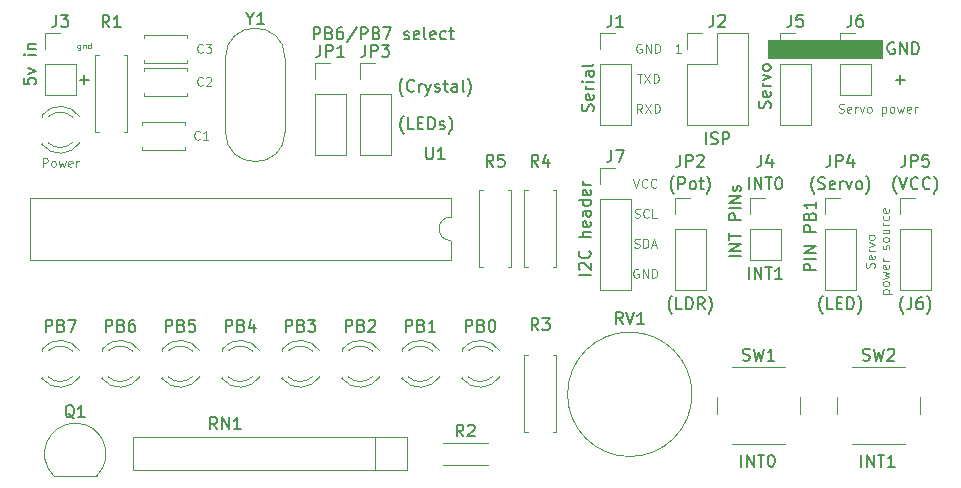
<source format=gto>
G04 #@! TF.GenerationSoftware,KiCad,Pcbnew,5.1.9-73d0e3b20d~88~ubuntu20.04.1*
G04 #@! TF.CreationDate,2021-01-03T21:21:44+01:00*
G04 #@! TF.ProjectId,test,74657374-2e6b-4696-9361-645f70636258,rev?*
G04 #@! TF.SameCoordinates,Original*
G04 #@! TF.FileFunction,Legend,Top*
G04 #@! TF.FilePolarity,Positive*
%FSLAX46Y46*%
G04 Gerber Fmt 4.6, Leading zero omitted, Abs format (unit mm)*
G04 Created by KiCad (PCBNEW 5.1.9-73d0e3b20d~88~ubuntu20.04.1) date 2021-01-03 21:21:44*
%MOMM*%
%LPD*%
G01*
G04 APERTURE LIST*
%ADD10C,0.100000*%
%ADD11C,0.150000*%
%ADD12C,0.120000*%
G04 APERTURE END LIST*
D10*
X131080000Y-94839285D02*
X131330000Y-95589285D01*
X131580000Y-94839285D01*
X132258571Y-95517857D02*
X132222857Y-95553571D01*
X132115714Y-95589285D01*
X132044285Y-95589285D01*
X131937142Y-95553571D01*
X131865714Y-95482142D01*
X131830000Y-95410714D01*
X131794285Y-95267857D01*
X131794285Y-95160714D01*
X131830000Y-95017857D01*
X131865714Y-94946428D01*
X131937142Y-94875000D01*
X132044285Y-94839285D01*
X132115714Y-94839285D01*
X132222857Y-94875000D01*
X132258571Y-94910714D01*
X133008571Y-95517857D02*
X132972857Y-95553571D01*
X132865714Y-95589285D01*
X132794285Y-95589285D01*
X132687142Y-95553571D01*
X132615714Y-95482142D01*
X132580000Y-95410714D01*
X132544285Y-95267857D01*
X132544285Y-95160714D01*
X132580000Y-95017857D01*
X132615714Y-94946428D01*
X132687142Y-94875000D01*
X132794285Y-94839285D01*
X132865714Y-94839285D01*
X132972857Y-94875000D01*
X133008571Y-94910714D01*
X131187142Y-98093571D02*
X131294285Y-98129285D01*
X131472857Y-98129285D01*
X131544285Y-98093571D01*
X131580000Y-98057857D01*
X131615714Y-97986428D01*
X131615714Y-97915000D01*
X131580000Y-97843571D01*
X131544285Y-97807857D01*
X131472857Y-97772142D01*
X131330000Y-97736428D01*
X131258571Y-97700714D01*
X131222857Y-97665000D01*
X131187142Y-97593571D01*
X131187142Y-97522142D01*
X131222857Y-97450714D01*
X131258571Y-97415000D01*
X131330000Y-97379285D01*
X131508571Y-97379285D01*
X131615714Y-97415000D01*
X132365714Y-98057857D02*
X132330000Y-98093571D01*
X132222857Y-98129285D01*
X132151428Y-98129285D01*
X132044285Y-98093571D01*
X131972857Y-98022142D01*
X131937142Y-97950714D01*
X131901428Y-97807857D01*
X131901428Y-97700714D01*
X131937142Y-97557857D01*
X131972857Y-97486428D01*
X132044285Y-97415000D01*
X132151428Y-97379285D01*
X132222857Y-97379285D01*
X132330000Y-97415000D01*
X132365714Y-97450714D01*
X133044285Y-98129285D02*
X132687142Y-98129285D01*
X132687142Y-97379285D01*
X131169285Y-100633571D02*
X131276428Y-100669285D01*
X131455000Y-100669285D01*
X131526428Y-100633571D01*
X131562142Y-100597857D01*
X131597857Y-100526428D01*
X131597857Y-100455000D01*
X131562142Y-100383571D01*
X131526428Y-100347857D01*
X131455000Y-100312142D01*
X131312142Y-100276428D01*
X131240714Y-100240714D01*
X131205000Y-100205000D01*
X131169285Y-100133571D01*
X131169285Y-100062142D01*
X131205000Y-99990714D01*
X131240714Y-99955000D01*
X131312142Y-99919285D01*
X131490714Y-99919285D01*
X131597857Y-99955000D01*
X131919285Y-100669285D02*
X131919285Y-99919285D01*
X132097857Y-99919285D01*
X132205000Y-99955000D01*
X132276428Y-100026428D01*
X132312142Y-100097857D01*
X132347857Y-100240714D01*
X132347857Y-100347857D01*
X132312142Y-100490714D01*
X132276428Y-100562142D01*
X132205000Y-100633571D01*
X132097857Y-100669285D01*
X131919285Y-100669285D01*
X132633571Y-100455000D02*
X132990714Y-100455000D01*
X132562142Y-100669285D02*
X132812142Y-99919285D01*
X133062142Y-100669285D01*
X131508571Y-102495000D02*
X131437142Y-102459285D01*
X131330000Y-102459285D01*
X131222857Y-102495000D01*
X131151428Y-102566428D01*
X131115714Y-102637857D01*
X131080000Y-102780714D01*
X131080000Y-102887857D01*
X131115714Y-103030714D01*
X131151428Y-103102142D01*
X131222857Y-103173571D01*
X131330000Y-103209285D01*
X131401428Y-103209285D01*
X131508571Y-103173571D01*
X131544285Y-103137857D01*
X131544285Y-102887857D01*
X131401428Y-102887857D01*
X131865714Y-103209285D02*
X131865714Y-102459285D01*
X132294285Y-103209285D01*
X132294285Y-102459285D01*
X132651428Y-103209285D02*
X132651428Y-102459285D01*
X132830000Y-102459285D01*
X132937142Y-102495000D01*
X133008571Y-102566428D01*
X133044285Y-102637857D01*
X133080000Y-102780714D01*
X133080000Y-102887857D01*
X133044285Y-103030714D01*
X133008571Y-103102142D01*
X132937142Y-103173571D01*
X132830000Y-103209285D01*
X132651428Y-103209285D01*
X81067857Y-93811285D02*
X81067857Y-93061285D01*
X81353571Y-93061285D01*
X81425000Y-93097000D01*
X81460714Y-93132714D01*
X81496428Y-93204142D01*
X81496428Y-93311285D01*
X81460714Y-93382714D01*
X81425000Y-93418428D01*
X81353571Y-93454142D01*
X81067857Y-93454142D01*
X81925000Y-93811285D02*
X81853571Y-93775571D01*
X81817857Y-93739857D01*
X81782142Y-93668428D01*
X81782142Y-93454142D01*
X81817857Y-93382714D01*
X81853571Y-93347000D01*
X81925000Y-93311285D01*
X82032142Y-93311285D01*
X82103571Y-93347000D01*
X82139285Y-93382714D01*
X82175000Y-93454142D01*
X82175000Y-93668428D01*
X82139285Y-93739857D01*
X82103571Y-93775571D01*
X82032142Y-93811285D01*
X81925000Y-93811285D01*
X82425000Y-93311285D02*
X82567857Y-93811285D01*
X82710714Y-93454142D01*
X82853571Y-93811285D01*
X82996428Y-93311285D01*
X83567857Y-93775571D02*
X83496428Y-93811285D01*
X83353571Y-93811285D01*
X83282142Y-93775571D01*
X83246428Y-93704142D01*
X83246428Y-93418428D01*
X83282142Y-93347000D01*
X83353571Y-93311285D01*
X83496428Y-93311285D01*
X83567857Y-93347000D01*
X83603571Y-93418428D01*
X83603571Y-93489857D01*
X83246428Y-93561285D01*
X83925000Y-93811285D02*
X83925000Y-93311285D01*
X83925000Y-93454142D02*
X83960714Y-93382714D01*
X83996428Y-93347000D01*
X84067857Y-93311285D01*
X84139285Y-93311285D01*
X84236761Y-83458857D02*
X84236761Y-83863619D01*
X84212952Y-83911238D01*
X84189142Y-83935047D01*
X84141523Y-83958857D01*
X84070095Y-83958857D01*
X84022476Y-83935047D01*
X84236761Y-83768380D02*
X84189142Y-83792190D01*
X84093904Y-83792190D01*
X84046285Y-83768380D01*
X84022476Y-83744571D01*
X83998666Y-83696952D01*
X83998666Y-83554095D01*
X84022476Y-83506476D01*
X84046285Y-83482666D01*
X84093904Y-83458857D01*
X84189142Y-83458857D01*
X84236761Y-83482666D01*
X84474857Y-83458857D02*
X84474857Y-83792190D01*
X84474857Y-83506476D02*
X84498666Y-83482666D01*
X84546285Y-83458857D01*
X84617714Y-83458857D01*
X84665333Y-83482666D01*
X84689142Y-83530285D01*
X84689142Y-83792190D01*
X85141523Y-83792190D02*
X85141523Y-83292190D01*
X85141523Y-83768380D02*
X85093904Y-83792190D01*
X84998666Y-83792190D01*
X84951047Y-83768380D01*
X84927238Y-83744571D01*
X84903428Y-83696952D01*
X84903428Y-83554095D01*
X84927238Y-83506476D01*
X84951047Y-83482666D01*
X84998666Y-83458857D01*
X85093904Y-83458857D01*
X85141523Y-83482666D01*
D11*
X84201047Y-86431428D02*
X84962952Y-86431428D01*
X84582000Y-86812380D02*
X84582000Y-86050476D01*
X79462380Y-86304285D02*
X79462380Y-86780476D01*
X79938571Y-86828095D01*
X79890952Y-86780476D01*
X79843333Y-86685238D01*
X79843333Y-86447142D01*
X79890952Y-86351904D01*
X79938571Y-86304285D01*
X80033809Y-86256666D01*
X80271904Y-86256666D01*
X80367142Y-86304285D01*
X80414761Y-86351904D01*
X80462380Y-86447142D01*
X80462380Y-86685238D01*
X80414761Y-86780476D01*
X80367142Y-86828095D01*
X79795714Y-85923333D02*
X80462380Y-85685238D01*
X79795714Y-85447142D01*
X80462380Y-84304285D02*
X79795714Y-84304285D01*
X79462380Y-84304285D02*
X79510000Y-84351904D01*
X79557619Y-84304285D01*
X79510000Y-84256666D01*
X79462380Y-84304285D01*
X79557619Y-84304285D01*
X79795714Y-83828095D02*
X80462380Y-83828095D01*
X79890952Y-83828095D02*
X79843333Y-83780476D01*
X79795714Y-83685238D01*
X79795714Y-83542380D01*
X79843333Y-83447142D01*
X79938571Y-83399523D01*
X80462380Y-83399523D01*
D10*
G36*
X152146000Y-84582000D02*
G01*
X142494000Y-84582000D01*
X142494000Y-83058000D01*
X152146000Y-83058000D01*
X152146000Y-84582000D01*
G37*
X152146000Y-84582000D02*
X142494000Y-84582000D01*
X142494000Y-83058000D01*
X152146000Y-83058000D01*
X152146000Y-84582000D01*
D11*
X140859047Y-103322380D02*
X140859047Y-102322380D01*
X141335238Y-103322380D02*
X141335238Y-102322380D01*
X141906666Y-103322380D01*
X141906666Y-102322380D01*
X142240000Y-102322380D02*
X142811428Y-102322380D01*
X142525714Y-103322380D02*
X142525714Y-102322380D01*
X143668571Y-103322380D02*
X143097142Y-103322380D01*
X143382857Y-103322380D02*
X143382857Y-102322380D01*
X143287619Y-102465238D01*
X143192380Y-102560476D01*
X143097142Y-102608095D01*
X140859047Y-95702380D02*
X140859047Y-94702380D01*
X141335238Y-95702380D02*
X141335238Y-94702380D01*
X141906666Y-95702380D01*
X141906666Y-94702380D01*
X142240000Y-94702380D02*
X142811428Y-94702380D01*
X142525714Y-95702380D02*
X142525714Y-94702380D01*
X143335238Y-94702380D02*
X143430476Y-94702380D01*
X143525714Y-94750000D01*
X143573333Y-94797619D01*
X143620952Y-94892857D01*
X143668571Y-95083333D01*
X143668571Y-95321428D01*
X143620952Y-95511904D01*
X143573333Y-95607142D01*
X143525714Y-95654761D01*
X143430476Y-95702380D01*
X143335238Y-95702380D01*
X143240000Y-95654761D01*
X143192380Y-95607142D01*
X143144761Y-95511904D01*
X143097142Y-95321428D01*
X143097142Y-95083333D01*
X143144761Y-94892857D01*
X143192380Y-94797619D01*
X143240000Y-94750000D01*
X143335238Y-94702380D01*
X150384047Y-119197380D02*
X150384047Y-118197380D01*
X150860238Y-119197380D02*
X150860238Y-118197380D01*
X151431666Y-119197380D01*
X151431666Y-118197380D01*
X151765000Y-118197380D02*
X152336428Y-118197380D01*
X152050714Y-119197380D02*
X152050714Y-118197380D01*
X153193571Y-119197380D02*
X152622142Y-119197380D01*
X152907857Y-119197380D02*
X152907857Y-118197380D01*
X152812619Y-118340238D01*
X152717380Y-118435476D01*
X152622142Y-118483095D01*
X140224047Y-119197380D02*
X140224047Y-118197380D01*
X140700238Y-119197380D02*
X140700238Y-118197380D01*
X141271666Y-119197380D01*
X141271666Y-118197380D01*
X141605000Y-118197380D02*
X142176428Y-118197380D01*
X141890714Y-119197380D02*
X141890714Y-118197380D01*
X142700238Y-118197380D02*
X142795476Y-118197380D01*
X142890714Y-118245000D01*
X142938333Y-118292619D01*
X142985952Y-118387857D01*
X143033571Y-118578333D01*
X143033571Y-118816428D01*
X142985952Y-119006904D01*
X142938333Y-119102142D01*
X142890714Y-119149761D01*
X142795476Y-119197380D01*
X142700238Y-119197380D01*
X142605000Y-119149761D01*
X142557380Y-119102142D01*
X142509761Y-119006904D01*
X142462142Y-118816428D01*
X142462142Y-118578333D01*
X142509761Y-118387857D01*
X142557380Y-118292619D01*
X142605000Y-118245000D01*
X142700238Y-118197380D01*
X81311904Y-107767380D02*
X81311904Y-106767380D01*
X81692857Y-106767380D01*
X81788095Y-106815000D01*
X81835714Y-106862619D01*
X81883333Y-106957857D01*
X81883333Y-107100714D01*
X81835714Y-107195952D01*
X81788095Y-107243571D01*
X81692857Y-107291190D01*
X81311904Y-107291190D01*
X82645238Y-107243571D02*
X82788095Y-107291190D01*
X82835714Y-107338809D01*
X82883333Y-107434047D01*
X82883333Y-107576904D01*
X82835714Y-107672142D01*
X82788095Y-107719761D01*
X82692857Y-107767380D01*
X82311904Y-107767380D01*
X82311904Y-106767380D01*
X82645238Y-106767380D01*
X82740476Y-106815000D01*
X82788095Y-106862619D01*
X82835714Y-106957857D01*
X82835714Y-107053095D01*
X82788095Y-107148333D01*
X82740476Y-107195952D01*
X82645238Y-107243571D01*
X82311904Y-107243571D01*
X83216666Y-106767380D02*
X83883333Y-106767380D01*
X83454761Y-107767380D01*
X86391904Y-107767380D02*
X86391904Y-106767380D01*
X86772857Y-106767380D01*
X86868095Y-106815000D01*
X86915714Y-106862619D01*
X86963333Y-106957857D01*
X86963333Y-107100714D01*
X86915714Y-107195952D01*
X86868095Y-107243571D01*
X86772857Y-107291190D01*
X86391904Y-107291190D01*
X87725238Y-107243571D02*
X87868095Y-107291190D01*
X87915714Y-107338809D01*
X87963333Y-107434047D01*
X87963333Y-107576904D01*
X87915714Y-107672142D01*
X87868095Y-107719761D01*
X87772857Y-107767380D01*
X87391904Y-107767380D01*
X87391904Y-106767380D01*
X87725238Y-106767380D01*
X87820476Y-106815000D01*
X87868095Y-106862619D01*
X87915714Y-106957857D01*
X87915714Y-107053095D01*
X87868095Y-107148333D01*
X87820476Y-107195952D01*
X87725238Y-107243571D01*
X87391904Y-107243571D01*
X88820476Y-106767380D02*
X88630000Y-106767380D01*
X88534761Y-106815000D01*
X88487142Y-106862619D01*
X88391904Y-107005476D01*
X88344285Y-107195952D01*
X88344285Y-107576904D01*
X88391904Y-107672142D01*
X88439523Y-107719761D01*
X88534761Y-107767380D01*
X88725238Y-107767380D01*
X88820476Y-107719761D01*
X88868095Y-107672142D01*
X88915714Y-107576904D01*
X88915714Y-107338809D01*
X88868095Y-107243571D01*
X88820476Y-107195952D01*
X88725238Y-107148333D01*
X88534761Y-107148333D01*
X88439523Y-107195952D01*
X88391904Y-107243571D01*
X88344285Y-107338809D01*
X91471904Y-107767380D02*
X91471904Y-106767380D01*
X91852857Y-106767380D01*
X91948095Y-106815000D01*
X91995714Y-106862619D01*
X92043333Y-106957857D01*
X92043333Y-107100714D01*
X91995714Y-107195952D01*
X91948095Y-107243571D01*
X91852857Y-107291190D01*
X91471904Y-107291190D01*
X92805238Y-107243571D02*
X92948095Y-107291190D01*
X92995714Y-107338809D01*
X93043333Y-107434047D01*
X93043333Y-107576904D01*
X92995714Y-107672142D01*
X92948095Y-107719761D01*
X92852857Y-107767380D01*
X92471904Y-107767380D01*
X92471904Y-106767380D01*
X92805238Y-106767380D01*
X92900476Y-106815000D01*
X92948095Y-106862619D01*
X92995714Y-106957857D01*
X92995714Y-107053095D01*
X92948095Y-107148333D01*
X92900476Y-107195952D01*
X92805238Y-107243571D01*
X92471904Y-107243571D01*
X93948095Y-106767380D02*
X93471904Y-106767380D01*
X93424285Y-107243571D01*
X93471904Y-107195952D01*
X93567142Y-107148333D01*
X93805238Y-107148333D01*
X93900476Y-107195952D01*
X93948095Y-107243571D01*
X93995714Y-107338809D01*
X93995714Y-107576904D01*
X93948095Y-107672142D01*
X93900476Y-107719761D01*
X93805238Y-107767380D01*
X93567142Y-107767380D01*
X93471904Y-107719761D01*
X93424285Y-107672142D01*
X96551904Y-107767380D02*
X96551904Y-106767380D01*
X96932857Y-106767380D01*
X97028095Y-106815000D01*
X97075714Y-106862619D01*
X97123333Y-106957857D01*
X97123333Y-107100714D01*
X97075714Y-107195952D01*
X97028095Y-107243571D01*
X96932857Y-107291190D01*
X96551904Y-107291190D01*
X97885238Y-107243571D02*
X98028095Y-107291190D01*
X98075714Y-107338809D01*
X98123333Y-107434047D01*
X98123333Y-107576904D01*
X98075714Y-107672142D01*
X98028095Y-107719761D01*
X97932857Y-107767380D01*
X97551904Y-107767380D01*
X97551904Y-106767380D01*
X97885238Y-106767380D01*
X97980476Y-106815000D01*
X98028095Y-106862619D01*
X98075714Y-106957857D01*
X98075714Y-107053095D01*
X98028095Y-107148333D01*
X97980476Y-107195952D01*
X97885238Y-107243571D01*
X97551904Y-107243571D01*
X98980476Y-107100714D02*
X98980476Y-107767380D01*
X98742380Y-106719761D02*
X98504285Y-107434047D01*
X99123333Y-107434047D01*
X101631904Y-107767380D02*
X101631904Y-106767380D01*
X102012857Y-106767380D01*
X102108095Y-106815000D01*
X102155714Y-106862619D01*
X102203333Y-106957857D01*
X102203333Y-107100714D01*
X102155714Y-107195952D01*
X102108095Y-107243571D01*
X102012857Y-107291190D01*
X101631904Y-107291190D01*
X102965238Y-107243571D02*
X103108095Y-107291190D01*
X103155714Y-107338809D01*
X103203333Y-107434047D01*
X103203333Y-107576904D01*
X103155714Y-107672142D01*
X103108095Y-107719761D01*
X103012857Y-107767380D01*
X102631904Y-107767380D01*
X102631904Y-106767380D01*
X102965238Y-106767380D01*
X103060476Y-106815000D01*
X103108095Y-106862619D01*
X103155714Y-106957857D01*
X103155714Y-107053095D01*
X103108095Y-107148333D01*
X103060476Y-107195952D01*
X102965238Y-107243571D01*
X102631904Y-107243571D01*
X103536666Y-106767380D02*
X104155714Y-106767380D01*
X103822380Y-107148333D01*
X103965238Y-107148333D01*
X104060476Y-107195952D01*
X104108095Y-107243571D01*
X104155714Y-107338809D01*
X104155714Y-107576904D01*
X104108095Y-107672142D01*
X104060476Y-107719761D01*
X103965238Y-107767380D01*
X103679523Y-107767380D01*
X103584285Y-107719761D01*
X103536666Y-107672142D01*
X106711904Y-107767380D02*
X106711904Y-106767380D01*
X107092857Y-106767380D01*
X107188095Y-106815000D01*
X107235714Y-106862619D01*
X107283333Y-106957857D01*
X107283333Y-107100714D01*
X107235714Y-107195952D01*
X107188095Y-107243571D01*
X107092857Y-107291190D01*
X106711904Y-107291190D01*
X108045238Y-107243571D02*
X108188095Y-107291190D01*
X108235714Y-107338809D01*
X108283333Y-107434047D01*
X108283333Y-107576904D01*
X108235714Y-107672142D01*
X108188095Y-107719761D01*
X108092857Y-107767380D01*
X107711904Y-107767380D01*
X107711904Y-106767380D01*
X108045238Y-106767380D01*
X108140476Y-106815000D01*
X108188095Y-106862619D01*
X108235714Y-106957857D01*
X108235714Y-107053095D01*
X108188095Y-107148333D01*
X108140476Y-107195952D01*
X108045238Y-107243571D01*
X107711904Y-107243571D01*
X108664285Y-106862619D02*
X108711904Y-106815000D01*
X108807142Y-106767380D01*
X109045238Y-106767380D01*
X109140476Y-106815000D01*
X109188095Y-106862619D01*
X109235714Y-106957857D01*
X109235714Y-107053095D01*
X109188095Y-107195952D01*
X108616666Y-107767380D01*
X109235714Y-107767380D01*
X111791904Y-107767380D02*
X111791904Y-106767380D01*
X112172857Y-106767380D01*
X112268095Y-106815000D01*
X112315714Y-106862619D01*
X112363333Y-106957857D01*
X112363333Y-107100714D01*
X112315714Y-107195952D01*
X112268095Y-107243571D01*
X112172857Y-107291190D01*
X111791904Y-107291190D01*
X113125238Y-107243571D02*
X113268095Y-107291190D01*
X113315714Y-107338809D01*
X113363333Y-107434047D01*
X113363333Y-107576904D01*
X113315714Y-107672142D01*
X113268095Y-107719761D01*
X113172857Y-107767380D01*
X112791904Y-107767380D01*
X112791904Y-106767380D01*
X113125238Y-106767380D01*
X113220476Y-106815000D01*
X113268095Y-106862619D01*
X113315714Y-106957857D01*
X113315714Y-107053095D01*
X113268095Y-107148333D01*
X113220476Y-107195952D01*
X113125238Y-107243571D01*
X112791904Y-107243571D01*
X114315714Y-107767380D02*
X113744285Y-107767380D01*
X114030000Y-107767380D02*
X114030000Y-106767380D01*
X113934761Y-106910238D01*
X113839523Y-107005476D01*
X113744285Y-107053095D01*
X116871904Y-107767380D02*
X116871904Y-106767380D01*
X117252857Y-106767380D01*
X117348095Y-106815000D01*
X117395714Y-106862619D01*
X117443333Y-106957857D01*
X117443333Y-107100714D01*
X117395714Y-107195952D01*
X117348095Y-107243571D01*
X117252857Y-107291190D01*
X116871904Y-107291190D01*
X118205238Y-107243571D02*
X118348095Y-107291190D01*
X118395714Y-107338809D01*
X118443333Y-107434047D01*
X118443333Y-107576904D01*
X118395714Y-107672142D01*
X118348095Y-107719761D01*
X118252857Y-107767380D01*
X117871904Y-107767380D01*
X117871904Y-106767380D01*
X118205238Y-106767380D01*
X118300476Y-106815000D01*
X118348095Y-106862619D01*
X118395714Y-106957857D01*
X118395714Y-107053095D01*
X118348095Y-107148333D01*
X118300476Y-107195952D01*
X118205238Y-107243571D01*
X117871904Y-107243571D01*
X119062380Y-106767380D02*
X119157619Y-106767380D01*
X119252857Y-106815000D01*
X119300476Y-106862619D01*
X119348095Y-106957857D01*
X119395714Y-107148333D01*
X119395714Y-107386428D01*
X119348095Y-107576904D01*
X119300476Y-107672142D01*
X119252857Y-107719761D01*
X119157619Y-107767380D01*
X119062380Y-107767380D01*
X118967142Y-107719761D01*
X118919523Y-107672142D01*
X118871904Y-107576904D01*
X118824285Y-107386428D01*
X118824285Y-107148333D01*
X118871904Y-106957857D01*
X118919523Y-106862619D01*
X118967142Y-106815000D01*
X119062380Y-106767380D01*
X153289047Y-86431428D02*
X154050952Y-86431428D01*
X153670000Y-86812380D02*
X153670000Y-86050476D01*
X103997857Y-83002380D02*
X103997857Y-82002380D01*
X104378809Y-82002380D01*
X104474047Y-82050000D01*
X104521666Y-82097619D01*
X104569285Y-82192857D01*
X104569285Y-82335714D01*
X104521666Y-82430952D01*
X104474047Y-82478571D01*
X104378809Y-82526190D01*
X103997857Y-82526190D01*
X105331190Y-82478571D02*
X105474047Y-82526190D01*
X105521666Y-82573809D01*
X105569285Y-82669047D01*
X105569285Y-82811904D01*
X105521666Y-82907142D01*
X105474047Y-82954761D01*
X105378809Y-83002380D01*
X104997857Y-83002380D01*
X104997857Y-82002380D01*
X105331190Y-82002380D01*
X105426428Y-82050000D01*
X105474047Y-82097619D01*
X105521666Y-82192857D01*
X105521666Y-82288095D01*
X105474047Y-82383333D01*
X105426428Y-82430952D01*
X105331190Y-82478571D01*
X104997857Y-82478571D01*
X106426428Y-82002380D02*
X106235952Y-82002380D01*
X106140714Y-82050000D01*
X106093095Y-82097619D01*
X105997857Y-82240476D01*
X105950238Y-82430952D01*
X105950238Y-82811904D01*
X105997857Y-82907142D01*
X106045476Y-82954761D01*
X106140714Y-83002380D01*
X106331190Y-83002380D01*
X106426428Y-82954761D01*
X106474047Y-82907142D01*
X106521666Y-82811904D01*
X106521666Y-82573809D01*
X106474047Y-82478571D01*
X106426428Y-82430952D01*
X106331190Y-82383333D01*
X106140714Y-82383333D01*
X106045476Y-82430952D01*
X105997857Y-82478571D01*
X105950238Y-82573809D01*
X107664523Y-81954761D02*
X106807380Y-83240476D01*
X107997857Y-83002380D02*
X107997857Y-82002380D01*
X108378809Y-82002380D01*
X108474047Y-82050000D01*
X108521666Y-82097619D01*
X108569285Y-82192857D01*
X108569285Y-82335714D01*
X108521666Y-82430952D01*
X108474047Y-82478571D01*
X108378809Y-82526190D01*
X107997857Y-82526190D01*
X109331190Y-82478571D02*
X109474047Y-82526190D01*
X109521666Y-82573809D01*
X109569285Y-82669047D01*
X109569285Y-82811904D01*
X109521666Y-82907142D01*
X109474047Y-82954761D01*
X109378809Y-83002380D01*
X108997857Y-83002380D01*
X108997857Y-82002380D01*
X109331190Y-82002380D01*
X109426428Y-82050000D01*
X109474047Y-82097619D01*
X109521666Y-82192857D01*
X109521666Y-82288095D01*
X109474047Y-82383333D01*
X109426428Y-82430952D01*
X109331190Y-82478571D01*
X108997857Y-82478571D01*
X109902619Y-82002380D02*
X110569285Y-82002380D01*
X110140714Y-83002380D01*
X111664523Y-82954761D02*
X111759761Y-83002380D01*
X111950238Y-83002380D01*
X112045476Y-82954761D01*
X112093095Y-82859523D01*
X112093095Y-82811904D01*
X112045476Y-82716666D01*
X111950238Y-82669047D01*
X111807380Y-82669047D01*
X111712142Y-82621428D01*
X111664523Y-82526190D01*
X111664523Y-82478571D01*
X111712142Y-82383333D01*
X111807380Y-82335714D01*
X111950238Y-82335714D01*
X112045476Y-82383333D01*
X112902619Y-82954761D02*
X112807380Y-83002380D01*
X112616904Y-83002380D01*
X112521666Y-82954761D01*
X112474047Y-82859523D01*
X112474047Y-82478571D01*
X112521666Y-82383333D01*
X112616904Y-82335714D01*
X112807380Y-82335714D01*
X112902619Y-82383333D01*
X112950238Y-82478571D01*
X112950238Y-82573809D01*
X112474047Y-82669047D01*
X113521666Y-83002380D02*
X113426428Y-82954761D01*
X113378809Y-82859523D01*
X113378809Y-82002380D01*
X114283571Y-82954761D02*
X114188333Y-83002380D01*
X113997857Y-83002380D01*
X113902619Y-82954761D01*
X113855000Y-82859523D01*
X113855000Y-82478571D01*
X113902619Y-82383333D01*
X113997857Y-82335714D01*
X114188333Y-82335714D01*
X114283571Y-82383333D01*
X114331190Y-82478571D01*
X114331190Y-82573809D01*
X113855000Y-82669047D01*
X115188333Y-82954761D02*
X115093095Y-83002380D01*
X114902619Y-83002380D01*
X114807380Y-82954761D01*
X114759761Y-82907142D01*
X114712142Y-82811904D01*
X114712142Y-82526190D01*
X114759761Y-82430952D01*
X114807380Y-82383333D01*
X114902619Y-82335714D01*
X115093095Y-82335714D01*
X115188333Y-82383333D01*
X115474047Y-82335714D02*
X115855000Y-82335714D01*
X115616904Y-82002380D02*
X115616904Y-82859523D01*
X115664523Y-82954761D01*
X115759761Y-83002380D01*
X115855000Y-83002380D01*
X111561904Y-87828333D02*
X111514285Y-87780714D01*
X111419047Y-87637857D01*
X111371428Y-87542619D01*
X111323809Y-87399761D01*
X111276190Y-87161666D01*
X111276190Y-86971190D01*
X111323809Y-86733095D01*
X111371428Y-86590238D01*
X111419047Y-86495000D01*
X111514285Y-86352142D01*
X111561904Y-86304523D01*
X112514285Y-87352142D02*
X112466666Y-87399761D01*
X112323809Y-87447380D01*
X112228571Y-87447380D01*
X112085714Y-87399761D01*
X111990476Y-87304523D01*
X111942857Y-87209285D01*
X111895238Y-87018809D01*
X111895238Y-86875952D01*
X111942857Y-86685476D01*
X111990476Y-86590238D01*
X112085714Y-86495000D01*
X112228571Y-86447380D01*
X112323809Y-86447380D01*
X112466666Y-86495000D01*
X112514285Y-86542619D01*
X112942857Y-87447380D02*
X112942857Y-86780714D01*
X112942857Y-86971190D02*
X112990476Y-86875952D01*
X113038095Y-86828333D01*
X113133333Y-86780714D01*
X113228571Y-86780714D01*
X113466666Y-86780714D02*
X113704761Y-87447380D01*
X113942857Y-86780714D02*
X113704761Y-87447380D01*
X113609523Y-87685476D01*
X113561904Y-87733095D01*
X113466666Y-87780714D01*
X114276190Y-87399761D02*
X114371428Y-87447380D01*
X114561904Y-87447380D01*
X114657142Y-87399761D01*
X114704761Y-87304523D01*
X114704761Y-87256904D01*
X114657142Y-87161666D01*
X114561904Y-87114047D01*
X114419047Y-87114047D01*
X114323809Y-87066428D01*
X114276190Y-86971190D01*
X114276190Y-86923571D01*
X114323809Y-86828333D01*
X114419047Y-86780714D01*
X114561904Y-86780714D01*
X114657142Y-86828333D01*
X114990476Y-86780714D02*
X115371428Y-86780714D01*
X115133333Y-86447380D02*
X115133333Y-87304523D01*
X115180952Y-87399761D01*
X115276190Y-87447380D01*
X115371428Y-87447380D01*
X116133333Y-87447380D02*
X116133333Y-86923571D01*
X116085714Y-86828333D01*
X115990476Y-86780714D01*
X115800000Y-86780714D01*
X115704761Y-86828333D01*
X116133333Y-87399761D02*
X116038095Y-87447380D01*
X115800000Y-87447380D01*
X115704761Y-87399761D01*
X115657142Y-87304523D01*
X115657142Y-87209285D01*
X115704761Y-87114047D01*
X115800000Y-87066428D01*
X116038095Y-87066428D01*
X116133333Y-87018809D01*
X116752380Y-87447380D02*
X116657142Y-87399761D01*
X116609523Y-87304523D01*
X116609523Y-86447380D01*
X117038095Y-87828333D02*
X117085714Y-87780714D01*
X117180952Y-87637857D01*
X117228571Y-87542619D01*
X117276190Y-87399761D01*
X117323809Y-87161666D01*
X117323809Y-86971190D01*
X117276190Y-86733095D01*
X117228571Y-86590238D01*
X117180952Y-86495000D01*
X117085714Y-86352142D01*
X117038095Y-86304523D01*
X111633238Y-91003333D02*
X111585619Y-90955714D01*
X111490380Y-90812857D01*
X111442761Y-90717619D01*
X111395142Y-90574761D01*
X111347523Y-90336666D01*
X111347523Y-90146190D01*
X111395142Y-89908095D01*
X111442761Y-89765238D01*
X111490380Y-89670000D01*
X111585619Y-89527142D01*
X111633238Y-89479523D01*
X112490380Y-90622380D02*
X112014190Y-90622380D01*
X112014190Y-89622380D01*
X112823714Y-90098571D02*
X113157047Y-90098571D01*
X113299904Y-90622380D02*
X112823714Y-90622380D01*
X112823714Y-89622380D01*
X113299904Y-89622380D01*
X113728476Y-90622380D02*
X113728476Y-89622380D01*
X113966571Y-89622380D01*
X114109428Y-89670000D01*
X114204666Y-89765238D01*
X114252285Y-89860476D01*
X114299904Y-90050952D01*
X114299904Y-90193809D01*
X114252285Y-90384285D01*
X114204666Y-90479523D01*
X114109428Y-90574761D01*
X113966571Y-90622380D01*
X113728476Y-90622380D01*
X114680857Y-90574761D02*
X114776095Y-90622380D01*
X114966571Y-90622380D01*
X115061809Y-90574761D01*
X115109428Y-90479523D01*
X115109428Y-90431904D01*
X115061809Y-90336666D01*
X114966571Y-90289047D01*
X114823714Y-90289047D01*
X114728476Y-90241428D01*
X114680857Y-90146190D01*
X114680857Y-90098571D01*
X114728476Y-90003333D01*
X114823714Y-89955714D01*
X114966571Y-89955714D01*
X115061809Y-90003333D01*
X115442761Y-91003333D02*
X115490380Y-90955714D01*
X115585619Y-90812857D01*
X115633238Y-90717619D01*
X115680857Y-90574761D01*
X115728476Y-90336666D01*
X115728476Y-90146190D01*
X115680857Y-89908095D01*
X115633238Y-89765238D01*
X115585619Y-89670000D01*
X115490380Y-89527142D01*
X115442761Y-89479523D01*
X127452380Y-102940952D02*
X126452380Y-102940952D01*
X126547619Y-102512380D02*
X126500000Y-102464761D01*
X126452380Y-102369523D01*
X126452380Y-102131428D01*
X126500000Y-102036190D01*
X126547619Y-101988571D01*
X126642857Y-101940952D01*
X126738095Y-101940952D01*
X126880952Y-101988571D01*
X127452380Y-102560000D01*
X127452380Y-101940952D01*
X127357142Y-100940952D02*
X127404761Y-100988571D01*
X127452380Y-101131428D01*
X127452380Y-101226666D01*
X127404761Y-101369523D01*
X127309523Y-101464761D01*
X127214285Y-101512380D01*
X127023809Y-101560000D01*
X126880952Y-101560000D01*
X126690476Y-101512380D01*
X126595238Y-101464761D01*
X126500000Y-101369523D01*
X126452380Y-101226666D01*
X126452380Y-101131428D01*
X126500000Y-100988571D01*
X126547619Y-100940952D01*
X127452380Y-99750476D02*
X126452380Y-99750476D01*
X127452380Y-99321904D02*
X126928571Y-99321904D01*
X126833333Y-99369523D01*
X126785714Y-99464761D01*
X126785714Y-99607619D01*
X126833333Y-99702857D01*
X126880952Y-99750476D01*
X127404761Y-98464761D02*
X127452380Y-98560000D01*
X127452380Y-98750476D01*
X127404761Y-98845714D01*
X127309523Y-98893333D01*
X126928571Y-98893333D01*
X126833333Y-98845714D01*
X126785714Y-98750476D01*
X126785714Y-98560000D01*
X126833333Y-98464761D01*
X126928571Y-98417142D01*
X127023809Y-98417142D01*
X127119047Y-98893333D01*
X127452380Y-97560000D02*
X126928571Y-97560000D01*
X126833333Y-97607619D01*
X126785714Y-97702857D01*
X126785714Y-97893333D01*
X126833333Y-97988571D01*
X127404761Y-97560000D02*
X127452380Y-97655238D01*
X127452380Y-97893333D01*
X127404761Y-97988571D01*
X127309523Y-98036190D01*
X127214285Y-98036190D01*
X127119047Y-97988571D01*
X127071428Y-97893333D01*
X127071428Y-97655238D01*
X127023809Y-97560000D01*
X127452380Y-96655238D02*
X126452380Y-96655238D01*
X127404761Y-96655238D02*
X127452380Y-96750476D01*
X127452380Y-96940952D01*
X127404761Y-97036190D01*
X127357142Y-97083809D01*
X127261904Y-97131428D01*
X126976190Y-97131428D01*
X126880952Y-97083809D01*
X126833333Y-97036190D01*
X126785714Y-96940952D01*
X126785714Y-96750476D01*
X126833333Y-96655238D01*
X127404761Y-95798095D02*
X127452380Y-95893333D01*
X127452380Y-96083809D01*
X127404761Y-96179047D01*
X127309523Y-96226666D01*
X126928571Y-96226666D01*
X126833333Y-96179047D01*
X126785714Y-96083809D01*
X126785714Y-95893333D01*
X126833333Y-95798095D01*
X126928571Y-95750476D01*
X127023809Y-95750476D01*
X127119047Y-96226666D01*
X127452380Y-95321904D02*
X126785714Y-95321904D01*
X126976190Y-95321904D02*
X126880952Y-95274285D01*
X126833333Y-95226666D01*
X126785714Y-95131428D01*
X126785714Y-95036190D01*
X134509047Y-96083333D02*
X134461428Y-96035714D01*
X134366190Y-95892857D01*
X134318571Y-95797619D01*
X134270952Y-95654761D01*
X134223333Y-95416666D01*
X134223333Y-95226190D01*
X134270952Y-94988095D01*
X134318571Y-94845238D01*
X134366190Y-94750000D01*
X134461428Y-94607142D01*
X134509047Y-94559523D01*
X134890000Y-95702380D02*
X134890000Y-94702380D01*
X135270952Y-94702380D01*
X135366190Y-94750000D01*
X135413809Y-94797619D01*
X135461428Y-94892857D01*
X135461428Y-95035714D01*
X135413809Y-95130952D01*
X135366190Y-95178571D01*
X135270952Y-95226190D01*
X134890000Y-95226190D01*
X136032857Y-95702380D02*
X135937619Y-95654761D01*
X135890000Y-95607142D01*
X135842380Y-95511904D01*
X135842380Y-95226190D01*
X135890000Y-95130952D01*
X135937619Y-95083333D01*
X136032857Y-95035714D01*
X136175714Y-95035714D01*
X136270952Y-95083333D01*
X136318571Y-95130952D01*
X136366190Y-95226190D01*
X136366190Y-95511904D01*
X136318571Y-95607142D01*
X136270952Y-95654761D01*
X136175714Y-95702380D01*
X136032857Y-95702380D01*
X136651904Y-95035714D02*
X137032857Y-95035714D01*
X136794761Y-94702380D02*
X136794761Y-95559523D01*
X136842380Y-95654761D01*
X136937619Y-95702380D01*
X137032857Y-95702380D01*
X137270952Y-96083333D02*
X137318571Y-96035714D01*
X137413809Y-95892857D01*
X137461428Y-95797619D01*
X137509047Y-95654761D01*
X137556666Y-95416666D01*
X137556666Y-95226190D01*
X137509047Y-94988095D01*
X137461428Y-94845238D01*
X137413809Y-94750000D01*
X137318571Y-94607142D01*
X137270952Y-94559523D01*
X134342380Y-106243333D02*
X134294761Y-106195714D01*
X134199523Y-106052857D01*
X134151904Y-105957619D01*
X134104285Y-105814761D01*
X134056666Y-105576666D01*
X134056666Y-105386190D01*
X134104285Y-105148095D01*
X134151904Y-105005238D01*
X134199523Y-104910000D01*
X134294761Y-104767142D01*
X134342380Y-104719523D01*
X135199523Y-105862380D02*
X134723333Y-105862380D01*
X134723333Y-104862380D01*
X135532857Y-105862380D02*
X135532857Y-104862380D01*
X135770952Y-104862380D01*
X135913809Y-104910000D01*
X136009047Y-105005238D01*
X136056666Y-105100476D01*
X136104285Y-105290952D01*
X136104285Y-105433809D01*
X136056666Y-105624285D01*
X136009047Y-105719523D01*
X135913809Y-105814761D01*
X135770952Y-105862380D01*
X135532857Y-105862380D01*
X137104285Y-105862380D02*
X136770952Y-105386190D01*
X136532857Y-105862380D02*
X136532857Y-104862380D01*
X136913809Y-104862380D01*
X137009047Y-104910000D01*
X137056666Y-104957619D01*
X137104285Y-105052857D01*
X137104285Y-105195714D01*
X137056666Y-105290952D01*
X137009047Y-105338571D01*
X136913809Y-105386190D01*
X136532857Y-105386190D01*
X137437619Y-106243333D02*
X137485238Y-106195714D01*
X137580476Y-106052857D01*
X137628095Y-105957619D01*
X137675714Y-105814761D01*
X137723333Y-105576666D01*
X137723333Y-105386190D01*
X137675714Y-105148095D01*
X137628095Y-105005238D01*
X137580476Y-104910000D01*
X137485238Y-104767142D01*
X137437619Y-104719523D01*
X140152380Y-101377380D02*
X139152380Y-101377380D01*
X140152380Y-100901190D02*
X139152380Y-100901190D01*
X140152380Y-100329761D01*
X139152380Y-100329761D01*
X139152380Y-99996428D02*
X139152380Y-99425000D01*
X140152380Y-99710714D02*
X139152380Y-99710714D01*
X140152380Y-98329761D02*
X139152380Y-98329761D01*
X139152380Y-97948809D01*
X139200000Y-97853571D01*
X139247619Y-97805952D01*
X139342857Y-97758333D01*
X139485714Y-97758333D01*
X139580952Y-97805952D01*
X139628571Y-97853571D01*
X139676190Y-97948809D01*
X139676190Y-98329761D01*
X140152380Y-97329761D02*
X139152380Y-97329761D01*
X140152380Y-96853571D02*
X139152380Y-96853571D01*
X140152380Y-96282142D01*
X139152380Y-96282142D01*
X140104761Y-95853571D02*
X140152380Y-95758333D01*
X140152380Y-95567857D01*
X140104761Y-95472619D01*
X140009523Y-95425000D01*
X139961904Y-95425000D01*
X139866666Y-95472619D01*
X139819047Y-95567857D01*
X139819047Y-95710714D01*
X139771428Y-95805952D01*
X139676190Y-95853571D01*
X139628571Y-95853571D01*
X139533333Y-95805952D01*
X139485714Y-95710714D01*
X139485714Y-95567857D01*
X139533333Y-95472619D01*
X146502380Y-102575952D02*
X145502380Y-102575952D01*
X145502380Y-102195000D01*
X145550000Y-102099761D01*
X145597619Y-102052142D01*
X145692857Y-102004523D01*
X145835714Y-102004523D01*
X145930952Y-102052142D01*
X145978571Y-102099761D01*
X146026190Y-102195000D01*
X146026190Y-102575952D01*
X146502380Y-101575952D02*
X145502380Y-101575952D01*
X146502380Y-101099761D02*
X145502380Y-101099761D01*
X146502380Y-100528333D01*
X145502380Y-100528333D01*
X146502380Y-99290238D02*
X145502380Y-99290238D01*
X145502380Y-98909285D01*
X145550000Y-98814047D01*
X145597619Y-98766428D01*
X145692857Y-98718809D01*
X145835714Y-98718809D01*
X145930952Y-98766428D01*
X145978571Y-98814047D01*
X146026190Y-98909285D01*
X146026190Y-99290238D01*
X145978571Y-97956904D02*
X146026190Y-97814047D01*
X146073809Y-97766428D01*
X146169047Y-97718809D01*
X146311904Y-97718809D01*
X146407142Y-97766428D01*
X146454761Y-97814047D01*
X146502380Y-97909285D01*
X146502380Y-98290238D01*
X145502380Y-98290238D01*
X145502380Y-97956904D01*
X145550000Y-97861666D01*
X145597619Y-97814047D01*
X145692857Y-97766428D01*
X145788095Y-97766428D01*
X145883333Y-97814047D01*
X145930952Y-97861666D01*
X145978571Y-97956904D01*
X145978571Y-98290238D01*
X146502380Y-96766428D02*
X146502380Y-97337857D01*
X146502380Y-97052142D02*
X145502380Y-97052142D01*
X145645238Y-97147380D01*
X145740476Y-97242619D01*
X145788095Y-97337857D01*
X146399523Y-96083333D02*
X146351904Y-96035714D01*
X146256666Y-95892857D01*
X146209047Y-95797619D01*
X146161428Y-95654761D01*
X146113809Y-95416666D01*
X146113809Y-95226190D01*
X146161428Y-94988095D01*
X146209047Y-94845238D01*
X146256666Y-94750000D01*
X146351904Y-94607142D01*
X146399523Y-94559523D01*
X146732857Y-95654761D02*
X146875714Y-95702380D01*
X147113809Y-95702380D01*
X147209047Y-95654761D01*
X147256666Y-95607142D01*
X147304285Y-95511904D01*
X147304285Y-95416666D01*
X147256666Y-95321428D01*
X147209047Y-95273809D01*
X147113809Y-95226190D01*
X146923333Y-95178571D01*
X146828095Y-95130952D01*
X146780476Y-95083333D01*
X146732857Y-94988095D01*
X146732857Y-94892857D01*
X146780476Y-94797619D01*
X146828095Y-94750000D01*
X146923333Y-94702380D01*
X147161428Y-94702380D01*
X147304285Y-94750000D01*
X148113809Y-95654761D02*
X148018571Y-95702380D01*
X147828095Y-95702380D01*
X147732857Y-95654761D01*
X147685238Y-95559523D01*
X147685238Y-95178571D01*
X147732857Y-95083333D01*
X147828095Y-95035714D01*
X148018571Y-95035714D01*
X148113809Y-95083333D01*
X148161428Y-95178571D01*
X148161428Y-95273809D01*
X147685238Y-95369047D01*
X148590000Y-95702380D02*
X148590000Y-95035714D01*
X148590000Y-95226190D02*
X148637619Y-95130952D01*
X148685238Y-95083333D01*
X148780476Y-95035714D01*
X148875714Y-95035714D01*
X149113809Y-95035714D02*
X149351904Y-95702380D01*
X149590000Y-95035714D01*
X150113809Y-95702380D02*
X150018571Y-95654761D01*
X149970952Y-95607142D01*
X149923333Y-95511904D01*
X149923333Y-95226190D01*
X149970952Y-95130952D01*
X150018571Y-95083333D01*
X150113809Y-95035714D01*
X150256666Y-95035714D01*
X150351904Y-95083333D01*
X150399523Y-95130952D01*
X150447142Y-95226190D01*
X150447142Y-95511904D01*
X150399523Y-95607142D01*
X150351904Y-95654761D01*
X150256666Y-95702380D01*
X150113809Y-95702380D01*
X150780476Y-96083333D02*
X150828095Y-96035714D01*
X150923333Y-95892857D01*
X150970952Y-95797619D01*
X151018571Y-95654761D01*
X151066190Y-95416666D01*
X151066190Y-95226190D01*
X151018571Y-94988095D01*
X150970952Y-94845238D01*
X150923333Y-94750000D01*
X150828095Y-94607142D01*
X150780476Y-94559523D01*
X147090000Y-106243333D02*
X147042380Y-106195714D01*
X146947142Y-106052857D01*
X146899523Y-105957619D01*
X146851904Y-105814761D01*
X146804285Y-105576666D01*
X146804285Y-105386190D01*
X146851904Y-105148095D01*
X146899523Y-105005238D01*
X146947142Y-104910000D01*
X147042380Y-104767142D01*
X147090000Y-104719523D01*
X147947142Y-105862380D02*
X147470952Y-105862380D01*
X147470952Y-104862380D01*
X148280476Y-105338571D02*
X148613809Y-105338571D01*
X148756666Y-105862380D02*
X148280476Y-105862380D01*
X148280476Y-104862380D01*
X148756666Y-104862380D01*
X149185238Y-105862380D02*
X149185238Y-104862380D01*
X149423333Y-104862380D01*
X149566190Y-104910000D01*
X149661428Y-105005238D01*
X149709047Y-105100476D01*
X149756666Y-105290952D01*
X149756666Y-105433809D01*
X149709047Y-105624285D01*
X149661428Y-105719523D01*
X149566190Y-105814761D01*
X149423333Y-105862380D01*
X149185238Y-105862380D01*
X150090000Y-106243333D02*
X150137619Y-106195714D01*
X150232857Y-106052857D01*
X150280476Y-105957619D01*
X150328095Y-105814761D01*
X150375714Y-105576666D01*
X150375714Y-105386190D01*
X150328095Y-105148095D01*
X150280476Y-105005238D01*
X150232857Y-104910000D01*
X150137619Y-104767142D01*
X150090000Y-104719523D01*
X153368571Y-96083333D02*
X153320952Y-96035714D01*
X153225714Y-95892857D01*
X153178095Y-95797619D01*
X153130476Y-95654761D01*
X153082857Y-95416666D01*
X153082857Y-95226190D01*
X153130476Y-94988095D01*
X153178095Y-94845238D01*
X153225714Y-94750000D01*
X153320952Y-94607142D01*
X153368571Y-94559523D01*
X153606666Y-94702380D02*
X153940000Y-95702380D01*
X154273333Y-94702380D01*
X155178095Y-95607142D02*
X155130476Y-95654761D01*
X154987619Y-95702380D01*
X154892380Y-95702380D01*
X154749523Y-95654761D01*
X154654285Y-95559523D01*
X154606666Y-95464285D01*
X154559047Y-95273809D01*
X154559047Y-95130952D01*
X154606666Y-94940476D01*
X154654285Y-94845238D01*
X154749523Y-94750000D01*
X154892380Y-94702380D01*
X154987619Y-94702380D01*
X155130476Y-94750000D01*
X155178095Y-94797619D01*
X156178095Y-95607142D02*
X156130476Y-95654761D01*
X155987619Y-95702380D01*
X155892380Y-95702380D01*
X155749523Y-95654761D01*
X155654285Y-95559523D01*
X155606666Y-95464285D01*
X155559047Y-95273809D01*
X155559047Y-95130952D01*
X155606666Y-94940476D01*
X155654285Y-94845238D01*
X155749523Y-94750000D01*
X155892380Y-94702380D01*
X155987619Y-94702380D01*
X156130476Y-94750000D01*
X156178095Y-94797619D01*
X156511428Y-96083333D02*
X156559047Y-96035714D01*
X156654285Y-95892857D01*
X156701904Y-95797619D01*
X156749523Y-95654761D01*
X156797142Y-95416666D01*
X156797142Y-95226190D01*
X156749523Y-94988095D01*
X156701904Y-94845238D01*
X156654285Y-94750000D01*
X156559047Y-94607142D01*
X156511428Y-94559523D01*
X153940000Y-106243333D02*
X153892380Y-106195714D01*
X153797142Y-106052857D01*
X153749523Y-105957619D01*
X153701904Y-105814761D01*
X153654285Y-105576666D01*
X153654285Y-105386190D01*
X153701904Y-105148095D01*
X153749523Y-105005238D01*
X153797142Y-104910000D01*
X153892380Y-104767142D01*
X153940000Y-104719523D01*
X154606666Y-104862380D02*
X154606666Y-105576666D01*
X154559047Y-105719523D01*
X154463809Y-105814761D01*
X154320952Y-105862380D01*
X154225714Y-105862380D01*
X155511428Y-104862380D02*
X155320952Y-104862380D01*
X155225714Y-104910000D01*
X155178095Y-104957619D01*
X155082857Y-105100476D01*
X155035238Y-105290952D01*
X155035238Y-105671904D01*
X155082857Y-105767142D01*
X155130476Y-105814761D01*
X155225714Y-105862380D01*
X155416190Y-105862380D01*
X155511428Y-105814761D01*
X155559047Y-105767142D01*
X155606666Y-105671904D01*
X155606666Y-105433809D01*
X155559047Y-105338571D01*
X155511428Y-105290952D01*
X155416190Y-105243333D01*
X155225714Y-105243333D01*
X155130476Y-105290952D01*
X155082857Y-105338571D01*
X155035238Y-105433809D01*
X155940000Y-106243333D02*
X155987619Y-106195714D01*
X156082857Y-106052857D01*
X156130476Y-105957619D01*
X156178095Y-105814761D01*
X156225714Y-105576666D01*
X156225714Y-105386190D01*
X156178095Y-105148095D01*
X156130476Y-105005238D01*
X156082857Y-104910000D01*
X155987619Y-104767142D01*
X155940000Y-104719523D01*
D10*
X151456071Y-102357857D02*
X151491785Y-102250714D01*
X151491785Y-102072142D01*
X151456071Y-102000714D01*
X151420357Y-101965000D01*
X151348928Y-101929285D01*
X151277500Y-101929285D01*
X151206071Y-101965000D01*
X151170357Y-102000714D01*
X151134642Y-102072142D01*
X151098928Y-102215000D01*
X151063214Y-102286428D01*
X151027500Y-102322142D01*
X150956071Y-102357857D01*
X150884642Y-102357857D01*
X150813214Y-102322142D01*
X150777500Y-102286428D01*
X150741785Y-102215000D01*
X150741785Y-102036428D01*
X150777500Y-101929285D01*
X151456071Y-101322142D02*
X151491785Y-101393571D01*
X151491785Y-101536428D01*
X151456071Y-101607857D01*
X151384642Y-101643571D01*
X151098928Y-101643571D01*
X151027500Y-101607857D01*
X150991785Y-101536428D01*
X150991785Y-101393571D01*
X151027500Y-101322142D01*
X151098928Y-101286428D01*
X151170357Y-101286428D01*
X151241785Y-101643571D01*
X151491785Y-100965000D02*
X150991785Y-100965000D01*
X151134642Y-100965000D02*
X151063214Y-100929285D01*
X151027500Y-100893571D01*
X150991785Y-100822142D01*
X150991785Y-100750714D01*
X150991785Y-100572142D02*
X151491785Y-100393571D01*
X150991785Y-100215000D01*
X151491785Y-99822142D02*
X151456071Y-99893571D01*
X151420357Y-99929285D01*
X151348928Y-99965000D01*
X151134642Y-99965000D01*
X151063214Y-99929285D01*
X151027500Y-99893571D01*
X150991785Y-99822142D01*
X150991785Y-99715000D01*
X151027500Y-99643571D01*
X151063214Y-99607857D01*
X151134642Y-99572142D01*
X151348928Y-99572142D01*
X151420357Y-99607857D01*
X151456071Y-99643571D01*
X151491785Y-99715000D01*
X151491785Y-99822142D01*
X152216785Y-104554285D02*
X152966785Y-104554285D01*
X152252500Y-104554285D02*
X152216785Y-104482857D01*
X152216785Y-104340000D01*
X152252500Y-104268571D01*
X152288214Y-104232857D01*
X152359642Y-104197142D01*
X152573928Y-104197142D01*
X152645357Y-104232857D01*
X152681071Y-104268571D01*
X152716785Y-104340000D01*
X152716785Y-104482857D01*
X152681071Y-104554285D01*
X152716785Y-103768571D02*
X152681071Y-103840000D01*
X152645357Y-103875714D01*
X152573928Y-103911428D01*
X152359642Y-103911428D01*
X152288214Y-103875714D01*
X152252500Y-103840000D01*
X152216785Y-103768571D01*
X152216785Y-103661428D01*
X152252500Y-103590000D01*
X152288214Y-103554285D01*
X152359642Y-103518571D01*
X152573928Y-103518571D01*
X152645357Y-103554285D01*
X152681071Y-103590000D01*
X152716785Y-103661428D01*
X152716785Y-103768571D01*
X152216785Y-103268571D02*
X152716785Y-103125714D01*
X152359642Y-102982857D01*
X152716785Y-102840000D01*
X152216785Y-102697142D01*
X152681071Y-102125714D02*
X152716785Y-102197142D01*
X152716785Y-102340000D01*
X152681071Y-102411428D01*
X152609642Y-102447142D01*
X152323928Y-102447142D01*
X152252500Y-102411428D01*
X152216785Y-102340000D01*
X152216785Y-102197142D01*
X152252500Y-102125714D01*
X152323928Y-102090000D01*
X152395357Y-102090000D01*
X152466785Y-102447142D01*
X152716785Y-101768571D02*
X152216785Y-101768571D01*
X152359642Y-101768571D02*
X152288214Y-101732857D01*
X152252500Y-101697142D01*
X152216785Y-101625714D01*
X152216785Y-101554285D01*
X152681071Y-100768571D02*
X152716785Y-100697142D01*
X152716785Y-100554285D01*
X152681071Y-100482857D01*
X152609642Y-100447142D01*
X152573928Y-100447142D01*
X152502500Y-100482857D01*
X152466785Y-100554285D01*
X152466785Y-100661428D01*
X152431071Y-100732857D01*
X152359642Y-100768571D01*
X152323928Y-100768571D01*
X152252500Y-100732857D01*
X152216785Y-100661428D01*
X152216785Y-100554285D01*
X152252500Y-100482857D01*
X152716785Y-100018571D02*
X152681071Y-100090000D01*
X152645357Y-100125714D01*
X152573928Y-100161428D01*
X152359642Y-100161428D01*
X152288214Y-100125714D01*
X152252500Y-100090000D01*
X152216785Y-100018571D01*
X152216785Y-99911428D01*
X152252500Y-99840000D01*
X152288214Y-99804285D01*
X152359642Y-99768571D01*
X152573928Y-99768571D01*
X152645357Y-99804285D01*
X152681071Y-99840000D01*
X152716785Y-99911428D01*
X152716785Y-100018571D01*
X152216785Y-99125714D02*
X152716785Y-99125714D01*
X152216785Y-99447142D02*
X152609642Y-99447142D01*
X152681071Y-99411428D01*
X152716785Y-99340000D01*
X152716785Y-99232857D01*
X152681071Y-99161428D01*
X152645357Y-99125714D01*
X152716785Y-98768571D02*
X152216785Y-98768571D01*
X152359642Y-98768571D02*
X152288214Y-98732857D01*
X152252500Y-98697142D01*
X152216785Y-98625714D01*
X152216785Y-98554285D01*
X152681071Y-97982857D02*
X152716785Y-98054285D01*
X152716785Y-98197142D01*
X152681071Y-98268571D01*
X152645357Y-98304285D01*
X152573928Y-98340000D01*
X152359642Y-98340000D01*
X152288214Y-98304285D01*
X152252500Y-98268571D01*
X152216785Y-98197142D01*
X152216785Y-98054285D01*
X152252500Y-97982857D01*
X152681071Y-97375714D02*
X152716785Y-97447142D01*
X152716785Y-97590000D01*
X152681071Y-97661428D01*
X152609642Y-97697142D01*
X152323928Y-97697142D01*
X152252500Y-97661428D01*
X152216785Y-97590000D01*
X152216785Y-97447142D01*
X152252500Y-97375714D01*
X152323928Y-97340000D01*
X152395357Y-97340000D01*
X152466785Y-97697142D01*
D11*
X153162095Y-83320000D02*
X153066857Y-83272380D01*
X152924000Y-83272380D01*
X152781142Y-83320000D01*
X152685904Y-83415238D01*
X152638285Y-83510476D01*
X152590666Y-83700952D01*
X152590666Y-83843809D01*
X152638285Y-84034285D01*
X152685904Y-84129523D01*
X152781142Y-84224761D01*
X152924000Y-84272380D01*
X153019238Y-84272380D01*
X153162095Y-84224761D01*
X153209714Y-84177142D01*
X153209714Y-83843809D01*
X153019238Y-83843809D01*
X153638285Y-84272380D02*
X153638285Y-83272380D01*
X154209714Y-84272380D01*
X154209714Y-83272380D01*
X154685904Y-84272380D02*
X154685904Y-83272380D01*
X154924000Y-83272380D01*
X155066857Y-83320000D01*
X155162095Y-83415238D01*
X155209714Y-83510476D01*
X155257333Y-83700952D01*
X155257333Y-83843809D01*
X155209714Y-84034285D01*
X155162095Y-84129523D01*
X155066857Y-84224761D01*
X154924000Y-84272380D01*
X154685904Y-84272380D01*
D10*
X135088285Y-84159285D02*
X134659714Y-84159285D01*
X134874000Y-84159285D02*
X134874000Y-83409285D01*
X134802571Y-83516428D01*
X134731142Y-83587857D01*
X134659714Y-83623571D01*
X131762571Y-83445000D02*
X131691142Y-83409285D01*
X131584000Y-83409285D01*
X131476857Y-83445000D01*
X131405428Y-83516428D01*
X131369714Y-83587857D01*
X131334000Y-83730714D01*
X131334000Y-83837857D01*
X131369714Y-83980714D01*
X131405428Y-84052142D01*
X131476857Y-84123571D01*
X131584000Y-84159285D01*
X131655428Y-84159285D01*
X131762571Y-84123571D01*
X131798285Y-84087857D01*
X131798285Y-83837857D01*
X131655428Y-83837857D01*
X132119714Y-84159285D02*
X132119714Y-83409285D01*
X132548285Y-84159285D01*
X132548285Y-83409285D01*
X132905428Y-84159285D02*
X132905428Y-83409285D01*
X133084000Y-83409285D01*
X133191142Y-83445000D01*
X133262571Y-83516428D01*
X133298285Y-83587857D01*
X133334000Y-83730714D01*
X133334000Y-83837857D01*
X133298285Y-83980714D01*
X133262571Y-84052142D01*
X133191142Y-84123571D01*
X133084000Y-84159285D01*
X132905428Y-84159285D01*
X131834000Y-89239285D02*
X131584000Y-88882142D01*
X131405428Y-89239285D02*
X131405428Y-88489285D01*
X131691142Y-88489285D01*
X131762571Y-88525000D01*
X131798285Y-88560714D01*
X131834000Y-88632142D01*
X131834000Y-88739285D01*
X131798285Y-88810714D01*
X131762571Y-88846428D01*
X131691142Y-88882142D01*
X131405428Y-88882142D01*
X132084000Y-88489285D02*
X132584000Y-89239285D01*
X132584000Y-88489285D02*
X132084000Y-89239285D01*
X132869714Y-89239285D02*
X132869714Y-88489285D01*
X133048285Y-88489285D01*
X133155428Y-88525000D01*
X133226857Y-88596428D01*
X133262571Y-88667857D01*
X133298285Y-88810714D01*
X133298285Y-88917857D01*
X133262571Y-89060714D01*
X133226857Y-89132142D01*
X133155428Y-89203571D01*
X133048285Y-89239285D01*
X132869714Y-89239285D01*
X131387571Y-85949285D02*
X131816142Y-85949285D01*
X131601857Y-86699285D02*
X131601857Y-85949285D01*
X131994714Y-85949285D02*
X132494714Y-86699285D01*
X132494714Y-85949285D02*
X131994714Y-86699285D01*
X132780428Y-86699285D02*
X132780428Y-85949285D01*
X132959000Y-85949285D01*
X133066142Y-85985000D01*
X133137571Y-86056428D01*
X133173285Y-86127857D01*
X133209000Y-86270714D01*
X133209000Y-86377857D01*
X133173285Y-86520714D01*
X133137571Y-86592142D01*
X133066142Y-86663571D01*
X132959000Y-86699285D01*
X132780428Y-86699285D01*
X148461428Y-89203571D02*
X148568571Y-89239285D01*
X148747142Y-89239285D01*
X148818571Y-89203571D01*
X148854285Y-89167857D01*
X148890000Y-89096428D01*
X148890000Y-89025000D01*
X148854285Y-88953571D01*
X148818571Y-88917857D01*
X148747142Y-88882142D01*
X148604285Y-88846428D01*
X148532857Y-88810714D01*
X148497142Y-88775000D01*
X148461428Y-88703571D01*
X148461428Y-88632142D01*
X148497142Y-88560714D01*
X148532857Y-88525000D01*
X148604285Y-88489285D01*
X148782857Y-88489285D01*
X148890000Y-88525000D01*
X149497142Y-89203571D02*
X149425714Y-89239285D01*
X149282857Y-89239285D01*
X149211428Y-89203571D01*
X149175714Y-89132142D01*
X149175714Y-88846428D01*
X149211428Y-88775000D01*
X149282857Y-88739285D01*
X149425714Y-88739285D01*
X149497142Y-88775000D01*
X149532857Y-88846428D01*
X149532857Y-88917857D01*
X149175714Y-88989285D01*
X149854285Y-89239285D02*
X149854285Y-88739285D01*
X149854285Y-88882142D02*
X149890000Y-88810714D01*
X149925714Y-88775000D01*
X149997142Y-88739285D01*
X150068571Y-88739285D01*
X150247142Y-88739285D02*
X150425714Y-89239285D01*
X150604285Y-88739285D01*
X150997142Y-89239285D02*
X150925714Y-89203571D01*
X150890000Y-89167857D01*
X150854285Y-89096428D01*
X150854285Y-88882142D01*
X150890000Y-88810714D01*
X150925714Y-88775000D01*
X150997142Y-88739285D01*
X151104285Y-88739285D01*
X151175714Y-88775000D01*
X151211428Y-88810714D01*
X151247142Y-88882142D01*
X151247142Y-89096428D01*
X151211428Y-89167857D01*
X151175714Y-89203571D01*
X151104285Y-89239285D01*
X150997142Y-89239285D01*
X152140000Y-88739285D02*
X152140000Y-89489285D01*
X152140000Y-88775000D02*
X152211428Y-88739285D01*
X152354285Y-88739285D01*
X152425714Y-88775000D01*
X152461428Y-88810714D01*
X152497142Y-88882142D01*
X152497142Y-89096428D01*
X152461428Y-89167857D01*
X152425714Y-89203571D01*
X152354285Y-89239285D01*
X152211428Y-89239285D01*
X152140000Y-89203571D01*
X152925714Y-89239285D02*
X152854285Y-89203571D01*
X152818571Y-89167857D01*
X152782857Y-89096428D01*
X152782857Y-88882142D01*
X152818571Y-88810714D01*
X152854285Y-88775000D01*
X152925714Y-88739285D01*
X153032857Y-88739285D01*
X153104285Y-88775000D01*
X153140000Y-88810714D01*
X153175714Y-88882142D01*
X153175714Y-89096428D01*
X153140000Y-89167857D01*
X153104285Y-89203571D01*
X153032857Y-89239285D01*
X152925714Y-89239285D01*
X153425714Y-88739285D02*
X153568571Y-89239285D01*
X153711428Y-88882142D01*
X153854285Y-89239285D01*
X153997142Y-88739285D01*
X154568571Y-89203571D02*
X154497142Y-89239285D01*
X154354285Y-89239285D01*
X154282857Y-89203571D01*
X154247142Y-89132142D01*
X154247142Y-88846428D01*
X154282857Y-88775000D01*
X154354285Y-88739285D01*
X154497142Y-88739285D01*
X154568571Y-88775000D01*
X154604285Y-88846428D01*
X154604285Y-88917857D01*
X154247142Y-88989285D01*
X154925714Y-89239285D02*
X154925714Y-88739285D01*
X154925714Y-88882142D02*
X154961428Y-88810714D01*
X154997142Y-88775000D01*
X155068571Y-88739285D01*
X155140000Y-88739285D01*
D11*
X142644761Y-88852142D02*
X142692380Y-88709285D01*
X142692380Y-88471190D01*
X142644761Y-88375952D01*
X142597142Y-88328333D01*
X142501904Y-88280714D01*
X142406666Y-88280714D01*
X142311428Y-88328333D01*
X142263809Y-88375952D01*
X142216190Y-88471190D01*
X142168571Y-88661666D01*
X142120952Y-88756904D01*
X142073333Y-88804523D01*
X141978095Y-88852142D01*
X141882857Y-88852142D01*
X141787619Y-88804523D01*
X141740000Y-88756904D01*
X141692380Y-88661666D01*
X141692380Y-88423571D01*
X141740000Y-88280714D01*
X142644761Y-87471190D02*
X142692380Y-87566428D01*
X142692380Y-87756904D01*
X142644761Y-87852142D01*
X142549523Y-87899761D01*
X142168571Y-87899761D01*
X142073333Y-87852142D01*
X142025714Y-87756904D01*
X142025714Y-87566428D01*
X142073333Y-87471190D01*
X142168571Y-87423571D01*
X142263809Y-87423571D01*
X142359047Y-87899761D01*
X142692380Y-86995000D02*
X142025714Y-86995000D01*
X142216190Y-86995000D02*
X142120952Y-86947380D01*
X142073333Y-86899761D01*
X142025714Y-86804523D01*
X142025714Y-86709285D01*
X142025714Y-86471190D02*
X142692380Y-86233095D01*
X142025714Y-85995000D01*
X142692380Y-85471190D02*
X142644761Y-85566428D01*
X142597142Y-85614047D01*
X142501904Y-85661666D01*
X142216190Y-85661666D01*
X142120952Y-85614047D01*
X142073333Y-85566428D01*
X142025714Y-85471190D01*
X142025714Y-85328333D01*
X142073333Y-85233095D01*
X142120952Y-85185476D01*
X142216190Y-85137857D01*
X142501904Y-85137857D01*
X142597142Y-85185476D01*
X142644761Y-85233095D01*
X142692380Y-85328333D01*
X142692380Y-85471190D01*
X137199809Y-91892380D02*
X137199809Y-90892380D01*
X137628380Y-91844761D02*
X137771238Y-91892380D01*
X138009333Y-91892380D01*
X138104571Y-91844761D01*
X138152190Y-91797142D01*
X138199809Y-91701904D01*
X138199809Y-91606666D01*
X138152190Y-91511428D01*
X138104571Y-91463809D01*
X138009333Y-91416190D01*
X137818857Y-91368571D01*
X137723619Y-91320952D01*
X137676000Y-91273333D01*
X137628380Y-91178095D01*
X137628380Y-91082857D01*
X137676000Y-90987619D01*
X137723619Y-90940000D01*
X137818857Y-90892380D01*
X138056952Y-90892380D01*
X138199809Y-90940000D01*
X138628380Y-91892380D02*
X138628380Y-90892380D01*
X139009333Y-90892380D01*
X139104571Y-90940000D01*
X139152190Y-90987619D01*
X139199809Y-91082857D01*
X139199809Y-91225714D01*
X139152190Y-91320952D01*
X139104571Y-91368571D01*
X139009333Y-91416190D01*
X138628380Y-91416190D01*
X127658761Y-89098190D02*
X127706380Y-88955333D01*
X127706380Y-88717238D01*
X127658761Y-88622000D01*
X127611142Y-88574380D01*
X127515904Y-88526761D01*
X127420666Y-88526761D01*
X127325428Y-88574380D01*
X127277809Y-88622000D01*
X127230190Y-88717238D01*
X127182571Y-88907714D01*
X127134952Y-89002952D01*
X127087333Y-89050571D01*
X126992095Y-89098190D01*
X126896857Y-89098190D01*
X126801619Y-89050571D01*
X126754000Y-89002952D01*
X126706380Y-88907714D01*
X126706380Y-88669619D01*
X126754000Y-88526761D01*
X127658761Y-87717238D02*
X127706380Y-87812476D01*
X127706380Y-88002952D01*
X127658761Y-88098190D01*
X127563523Y-88145809D01*
X127182571Y-88145809D01*
X127087333Y-88098190D01*
X127039714Y-88002952D01*
X127039714Y-87812476D01*
X127087333Y-87717238D01*
X127182571Y-87669619D01*
X127277809Y-87669619D01*
X127373047Y-88145809D01*
X127706380Y-87241047D02*
X127039714Y-87241047D01*
X127230190Y-87241047D02*
X127134952Y-87193428D01*
X127087333Y-87145809D01*
X127039714Y-87050571D01*
X127039714Y-86955333D01*
X127706380Y-86622000D02*
X127039714Y-86622000D01*
X126706380Y-86622000D02*
X126754000Y-86669619D01*
X126801619Y-86622000D01*
X126754000Y-86574380D01*
X126706380Y-86622000D01*
X126801619Y-86622000D01*
X127706380Y-85717238D02*
X127182571Y-85717238D01*
X127087333Y-85764857D01*
X127039714Y-85860095D01*
X127039714Y-86050571D01*
X127087333Y-86145809D01*
X127658761Y-85717238D02*
X127706380Y-85812476D01*
X127706380Y-86050571D01*
X127658761Y-86145809D01*
X127563523Y-86193428D01*
X127468285Y-86193428D01*
X127373047Y-86145809D01*
X127325428Y-86050571D01*
X127325428Y-85812476D01*
X127277809Y-85717238D01*
X127706380Y-85098190D02*
X127658761Y-85193428D01*
X127563523Y-85241047D01*
X126706380Y-85241047D01*
D12*
X148530000Y-82490000D02*
X149860000Y-82490000D01*
X148530000Y-83820000D02*
X148530000Y-82490000D01*
X148530000Y-85090000D02*
X151190000Y-85090000D01*
X151190000Y-85090000D02*
X151190000Y-87690000D01*
X148530000Y-85090000D02*
X148530000Y-87690000D01*
X148530000Y-87690000D02*
X151190000Y-87690000D01*
X140910000Y-96460000D02*
X142240000Y-96460000D01*
X140910000Y-97790000D02*
X140910000Y-96460000D01*
X140910000Y-99060000D02*
X143570000Y-99060000D01*
X143570000Y-99060000D02*
X143570000Y-101660000D01*
X140910000Y-99060000D02*
X140910000Y-101660000D01*
X140910000Y-101660000D02*
X143570000Y-101660000D01*
X135576000Y-82490000D02*
X136906000Y-82490000D01*
X135576000Y-83820000D02*
X135576000Y-82490000D01*
X138176000Y-82490000D02*
X140776000Y-82490000D01*
X138176000Y-85090000D02*
X138176000Y-82490000D01*
X135576000Y-85090000D02*
X138176000Y-85090000D01*
X140776000Y-82490000D02*
X140776000Y-90230000D01*
X135576000Y-85090000D02*
X135576000Y-90230000D01*
X135576000Y-90230000D02*
X140776000Y-90230000D01*
X114920000Y-117190000D02*
X118760000Y-117190000D01*
X114920000Y-119030000D02*
X118760000Y-119030000D01*
X96535000Y-90845000D02*
X96535000Y-84595000D01*
X101585000Y-90845000D02*
X101585000Y-84595000D01*
X101585000Y-84595000D02*
G75*
G03*
X96535000Y-84595000I-2525000J0D01*
G01*
X101585000Y-90845000D02*
G75*
G02*
X96535000Y-90845000I-2525000J0D01*
G01*
X115630000Y-98060000D02*
X115630000Y-96410000D01*
X115630000Y-96410000D02*
X79950000Y-96410000D01*
X79950000Y-96410000D02*
X79950000Y-101710000D01*
X79950000Y-101710000D02*
X115630000Y-101710000D01*
X115630000Y-101710000D02*
X115630000Y-100060000D01*
X115630000Y-100060000D02*
G75*
G02*
X115630000Y-98060000I0J1000000D01*
G01*
X149590000Y-117260000D02*
X154090000Y-117260000D01*
X148340000Y-113260000D02*
X148340000Y-114760000D01*
X154090000Y-110760000D02*
X149590000Y-110760000D01*
X155340000Y-114760000D02*
X155340000Y-113260000D01*
X139430000Y-117260000D02*
X143930000Y-117260000D01*
X138180000Y-113260000D02*
X138180000Y-114760000D01*
X143930000Y-110760000D02*
X139430000Y-110760000D01*
X145180000Y-114760000D02*
X145180000Y-113260000D01*
X136041000Y-113070000D02*
G75*
G03*
X136041000Y-113070000I-5270000J0D01*
G01*
X111930000Y-119510000D02*
X111930000Y-116710000D01*
X111930000Y-116710000D02*
X88730000Y-116710000D01*
X88730000Y-116710000D02*
X88730000Y-119510000D01*
X88730000Y-119510000D02*
X111930000Y-119510000D01*
X109220000Y-119510000D02*
X109220000Y-116710000D01*
X118340000Y-102330000D02*
X118010000Y-102330000D01*
X118010000Y-102330000D02*
X118010000Y-95790000D01*
X118010000Y-95790000D02*
X118340000Y-95790000D01*
X120420000Y-102330000D02*
X120750000Y-102330000D01*
X120750000Y-102330000D02*
X120750000Y-95790000D01*
X120750000Y-95790000D02*
X120420000Y-95790000D01*
X122150000Y-102330000D02*
X121820000Y-102330000D01*
X121820000Y-102330000D02*
X121820000Y-95790000D01*
X121820000Y-95790000D02*
X122150000Y-95790000D01*
X124230000Y-102330000D02*
X124560000Y-102330000D01*
X124560000Y-102330000D02*
X124560000Y-95790000D01*
X124560000Y-95790000D02*
X124230000Y-95790000D01*
X122150000Y-116300000D02*
X121820000Y-116300000D01*
X121820000Y-116300000D02*
X121820000Y-109760000D01*
X121820000Y-109760000D02*
X122150000Y-109760000D01*
X124230000Y-116300000D02*
X124560000Y-116300000D01*
X124560000Y-116300000D02*
X124560000Y-109760000D01*
X124560000Y-109760000D02*
X124230000Y-109760000D01*
X85828000Y-90900000D02*
X85498000Y-90900000D01*
X85498000Y-90900000D02*
X85498000Y-84360000D01*
X85498000Y-84360000D02*
X85828000Y-84360000D01*
X87908000Y-90900000D02*
X88238000Y-90900000D01*
X88238000Y-90900000D02*
X88238000Y-84360000D01*
X88238000Y-84360000D02*
X87908000Y-84360000D01*
X82020000Y-119960000D02*
X85620000Y-119960000D01*
X85658478Y-119948478D02*
G75*
G03*
X83820000Y-115510000I-1838478J1838478D01*
G01*
X81981522Y-119948478D02*
G75*
G02*
X83820000Y-115510000I1838478J1838478D01*
G01*
X153610000Y-104200000D02*
X156270000Y-104200000D01*
X153610000Y-99060000D02*
X153610000Y-104200000D01*
X156270000Y-99060000D02*
X156270000Y-104200000D01*
X153610000Y-99060000D02*
X156270000Y-99060000D01*
X153610000Y-97790000D02*
X153610000Y-96460000D01*
X153610000Y-96460000D02*
X154940000Y-96460000D01*
X147260000Y-104200000D02*
X149920000Y-104200000D01*
X147260000Y-99060000D02*
X147260000Y-104200000D01*
X149920000Y-99060000D02*
X149920000Y-104200000D01*
X147260000Y-99060000D02*
X149920000Y-99060000D01*
X147260000Y-97790000D02*
X147260000Y-96460000D01*
X147260000Y-96460000D02*
X148590000Y-96460000D01*
X107890000Y-92770000D02*
X110550000Y-92770000D01*
X107890000Y-87630000D02*
X107890000Y-92770000D01*
X110550000Y-87630000D02*
X110550000Y-92770000D01*
X107890000Y-87630000D02*
X110550000Y-87630000D01*
X107890000Y-86360000D02*
X107890000Y-85030000D01*
X107890000Y-85030000D02*
X109220000Y-85030000D01*
X134560000Y-104200000D02*
X137220000Y-104200000D01*
X134560000Y-99060000D02*
X134560000Y-104200000D01*
X137220000Y-99060000D02*
X137220000Y-104200000D01*
X134560000Y-99060000D02*
X137220000Y-99060000D01*
X134560000Y-97790000D02*
X134560000Y-96460000D01*
X134560000Y-96460000D02*
X135890000Y-96460000D01*
X104080000Y-92770000D02*
X106740000Y-92770000D01*
X104080000Y-87630000D02*
X104080000Y-92770000D01*
X106740000Y-87630000D02*
X106740000Y-92770000D01*
X104080000Y-87630000D02*
X106740000Y-87630000D01*
X104080000Y-86360000D02*
X104080000Y-85030000D01*
X104080000Y-85030000D02*
X105410000Y-85030000D01*
X128210000Y-104200000D02*
X130870000Y-104200000D01*
X128210000Y-96520000D02*
X128210000Y-104200000D01*
X130870000Y-96520000D02*
X130870000Y-104200000D01*
X128210000Y-96520000D02*
X130870000Y-96520000D01*
X128210000Y-95250000D02*
X128210000Y-93920000D01*
X128210000Y-93920000D02*
X129540000Y-93920000D01*
X143450000Y-90230000D02*
X146110000Y-90230000D01*
X143450000Y-85090000D02*
X143450000Y-90230000D01*
X146110000Y-85090000D02*
X146110000Y-90230000D01*
X143450000Y-85090000D02*
X146110000Y-85090000D01*
X143450000Y-83820000D02*
X143450000Y-82490000D01*
X143450000Y-82490000D02*
X144780000Y-82490000D01*
X81220000Y-87690000D02*
X83880000Y-87690000D01*
X81220000Y-85090000D02*
X81220000Y-87690000D01*
X83880000Y-85090000D02*
X83880000Y-87690000D01*
X81220000Y-85090000D02*
X83880000Y-85090000D01*
X81220000Y-83820000D02*
X81220000Y-82490000D01*
X81220000Y-82490000D02*
X82550000Y-82490000D01*
X128210000Y-90230000D02*
X130870000Y-90230000D01*
X128210000Y-85090000D02*
X128210000Y-90230000D01*
X130870000Y-85090000D02*
X130870000Y-90230000D01*
X128210000Y-85090000D02*
X130870000Y-85090000D01*
X128210000Y-83820000D02*
X128210000Y-82490000D01*
X128210000Y-82490000D02*
X129540000Y-82490000D01*
X80990000Y-109254000D02*
X80990000Y-109410000D01*
X80990000Y-111570000D02*
X80990000Y-111726000D01*
X83591130Y-111569837D02*
G75*
G02*
X81509039Y-111570000I-1041130J1079837D01*
G01*
X83591130Y-109410163D02*
G75*
G03*
X81509039Y-109410000I-1041130J-1079837D01*
G01*
X84222335Y-111568608D02*
G75*
G02*
X80990000Y-111725516I-1672335J1078608D01*
G01*
X84222335Y-109411392D02*
G75*
G03*
X80990000Y-109254484I-1672335J-1078608D01*
G01*
X86070000Y-109254000D02*
X86070000Y-109410000D01*
X86070000Y-111570000D02*
X86070000Y-111726000D01*
X88671130Y-111569837D02*
G75*
G02*
X86589039Y-111570000I-1041130J1079837D01*
G01*
X88671130Y-109410163D02*
G75*
G03*
X86589039Y-109410000I-1041130J-1079837D01*
G01*
X89302335Y-111568608D02*
G75*
G02*
X86070000Y-111725516I-1672335J1078608D01*
G01*
X89302335Y-109411392D02*
G75*
G03*
X86070000Y-109254484I-1672335J-1078608D01*
G01*
X91150000Y-109254000D02*
X91150000Y-109410000D01*
X91150000Y-111570000D02*
X91150000Y-111726000D01*
X93751130Y-111569837D02*
G75*
G02*
X91669039Y-111570000I-1041130J1079837D01*
G01*
X93751130Y-109410163D02*
G75*
G03*
X91669039Y-109410000I-1041130J-1079837D01*
G01*
X94382335Y-111568608D02*
G75*
G02*
X91150000Y-111725516I-1672335J1078608D01*
G01*
X94382335Y-109411392D02*
G75*
G03*
X91150000Y-109254484I-1672335J-1078608D01*
G01*
X96230000Y-109254000D02*
X96230000Y-109410000D01*
X96230000Y-111570000D02*
X96230000Y-111726000D01*
X98831130Y-111569837D02*
G75*
G02*
X96749039Y-111570000I-1041130J1079837D01*
G01*
X98831130Y-109410163D02*
G75*
G03*
X96749039Y-109410000I-1041130J-1079837D01*
G01*
X99462335Y-111568608D02*
G75*
G02*
X96230000Y-111725516I-1672335J1078608D01*
G01*
X99462335Y-109411392D02*
G75*
G03*
X96230000Y-109254484I-1672335J-1078608D01*
G01*
X101310000Y-109254000D02*
X101310000Y-109410000D01*
X101310000Y-111570000D02*
X101310000Y-111726000D01*
X103911130Y-111569837D02*
G75*
G02*
X101829039Y-111570000I-1041130J1079837D01*
G01*
X103911130Y-109410163D02*
G75*
G03*
X101829039Y-109410000I-1041130J-1079837D01*
G01*
X104542335Y-111568608D02*
G75*
G02*
X101310000Y-111725516I-1672335J1078608D01*
G01*
X104542335Y-109411392D02*
G75*
G03*
X101310000Y-109254484I-1672335J-1078608D01*
G01*
X106390000Y-109254000D02*
X106390000Y-109410000D01*
X106390000Y-111570000D02*
X106390000Y-111726000D01*
X108991130Y-111569837D02*
G75*
G02*
X106909039Y-111570000I-1041130J1079837D01*
G01*
X108991130Y-109410163D02*
G75*
G03*
X106909039Y-109410000I-1041130J-1079837D01*
G01*
X109622335Y-111568608D02*
G75*
G02*
X106390000Y-111725516I-1672335J1078608D01*
G01*
X109622335Y-109411392D02*
G75*
G03*
X106390000Y-109254484I-1672335J-1078608D01*
G01*
X111470000Y-109254000D02*
X111470000Y-109410000D01*
X111470000Y-111570000D02*
X111470000Y-111726000D01*
X114071130Y-111569837D02*
G75*
G02*
X111989039Y-111570000I-1041130J1079837D01*
G01*
X114071130Y-109410163D02*
G75*
G03*
X111989039Y-109410000I-1041130J-1079837D01*
G01*
X114702335Y-111568608D02*
G75*
G02*
X111470000Y-111725516I-1672335J1078608D01*
G01*
X114702335Y-109411392D02*
G75*
G03*
X111470000Y-109254484I-1672335J-1078608D01*
G01*
X116550000Y-109254000D02*
X116550000Y-109410000D01*
X116550000Y-111570000D02*
X116550000Y-111726000D01*
X119151130Y-111569837D02*
G75*
G02*
X117069039Y-111570000I-1041130J1079837D01*
G01*
X119151130Y-109410163D02*
G75*
G03*
X117069039Y-109410000I-1041130J-1079837D01*
G01*
X119782335Y-111568608D02*
G75*
G02*
X116550000Y-111725516I-1672335J1078608D01*
G01*
X119782335Y-109411392D02*
G75*
G03*
X116550000Y-109254484I-1672335J-1078608D01*
G01*
X80990000Y-89442000D02*
X80990000Y-89598000D01*
X80990000Y-91758000D02*
X80990000Y-91914000D01*
X83591130Y-91757837D02*
G75*
G02*
X81509039Y-91758000I-1041130J1079837D01*
G01*
X83591130Y-89598163D02*
G75*
G03*
X81509039Y-89598000I-1041130J-1079837D01*
G01*
X84222335Y-91756608D02*
G75*
G02*
X80990000Y-91913516I-1672335J1078608D01*
G01*
X84222335Y-89599392D02*
G75*
G03*
X80990000Y-89442484I-1672335J-1078608D01*
G01*
X93280000Y-84990000D02*
X89640000Y-84990000D01*
X93280000Y-82650000D02*
X89640000Y-82650000D01*
X93280000Y-84990000D02*
X93280000Y-84745000D01*
X93280000Y-82895000D02*
X93280000Y-82650000D01*
X89640000Y-84990000D02*
X89640000Y-84745000D01*
X89640000Y-82895000D02*
X89640000Y-82650000D01*
X93280000Y-87784000D02*
X89640000Y-87784000D01*
X93280000Y-85444000D02*
X89640000Y-85444000D01*
X93280000Y-87784000D02*
X93280000Y-87539000D01*
X93280000Y-85689000D02*
X93280000Y-85444000D01*
X89640000Y-87784000D02*
X89640000Y-87539000D01*
X89640000Y-85689000D02*
X89640000Y-85444000D01*
X93114900Y-92356000D02*
X89474900Y-92356000D01*
X93114900Y-90016000D02*
X89474900Y-90016000D01*
X93114900Y-92356000D02*
X93114900Y-92111000D01*
X93114900Y-90261000D02*
X93114900Y-90016000D01*
X89474900Y-92356000D02*
X89474900Y-92111000D01*
X89474900Y-90261000D02*
X89474900Y-90016000D01*
D11*
X149526666Y-80942380D02*
X149526666Y-81656666D01*
X149479047Y-81799523D01*
X149383809Y-81894761D01*
X149240952Y-81942380D01*
X149145714Y-81942380D01*
X150431428Y-80942380D02*
X150240952Y-80942380D01*
X150145714Y-80990000D01*
X150098095Y-81037619D01*
X150002857Y-81180476D01*
X149955238Y-81370952D01*
X149955238Y-81751904D01*
X150002857Y-81847142D01*
X150050476Y-81894761D01*
X150145714Y-81942380D01*
X150336190Y-81942380D01*
X150431428Y-81894761D01*
X150479047Y-81847142D01*
X150526666Y-81751904D01*
X150526666Y-81513809D01*
X150479047Y-81418571D01*
X150431428Y-81370952D01*
X150336190Y-81323333D01*
X150145714Y-81323333D01*
X150050476Y-81370952D01*
X150002857Y-81418571D01*
X149955238Y-81513809D01*
X141906666Y-92797380D02*
X141906666Y-93511666D01*
X141859047Y-93654523D01*
X141763809Y-93749761D01*
X141620952Y-93797380D01*
X141525714Y-93797380D01*
X142811428Y-93130714D02*
X142811428Y-93797380D01*
X142573333Y-92749761D02*
X142335238Y-93464047D01*
X142954285Y-93464047D01*
X137842666Y-80942380D02*
X137842666Y-81656666D01*
X137795047Y-81799523D01*
X137699809Y-81894761D01*
X137556952Y-81942380D01*
X137461714Y-81942380D01*
X138271238Y-81037619D02*
X138318857Y-80990000D01*
X138414095Y-80942380D01*
X138652190Y-80942380D01*
X138747428Y-80990000D01*
X138795047Y-81037619D01*
X138842666Y-81132857D01*
X138842666Y-81228095D01*
X138795047Y-81370952D01*
X138223619Y-81942380D01*
X138842666Y-81942380D01*
X116673333Y-116642380D02*
X116340000Y-116166190D01*
X116101904Y-116642380D02*
X116101904Y-115642380D01*
X116482857Y-115642380D01*
X116578095Y-115690000D01*
X116625714Y-115737619D01*
X116673333Y-115832857D01*
X116673333Y-115975714D01*
X116625714Y-116070952D01*
X116578095Y-116118571D01*
X116482857Y-116166190D01*
X116101904Y-116166190D01*
X117054285Y-115737619D02*
X117101904Y-115690000D01*
X117197142Y-115642380D01*
X117435238Y-115642380D01*
X117530476Y-115690000D01*
X117578095Y-115737619D01*
X117625714Y-115832857D01*
X117625714Y-115928095D01*
X117578095Y-116070952D01*
X117006666Y-116642380D01*
X117625714Y-116642380D01*
X98621909Y-81268890D02*
X98621909Y-81745080D01*
X98288576Y-80745080D02*
X98621909Y-81268890D01*
X98955242Y-80745080D01*
X99812385Y-81745080D02*
X99240957Y-81745080D01*
X99526671Y-81745080D02*
X99526671Y-80745080D01*
X99431433Y-80887938D01*
X99336195Y-80983176D01*
X99240957Y-81030795D01*
X113538095Y-92162380D02*
X113538095Y-92971904D01*
X113585714Y-93067142D01*
X113633333Y-93114761D01*
X113728571Y-93162380D01*
X113919047Y-93162380D01*
X114014285Y-93114761D01*
X114061904Y-93067142D01*
X114109523Y-92971904D01*
X114109523Y-92162380D01*
X115109523Y-93162380D02*
X114538095Y-93162380D01*
X114823809Y-93162380D02*
X114823809Y-92162380D01*
X114728571Y-92305238D01*
X114633333Y-92400476D01*
X114538095Y-92448095D01*
X150506666Y-110164761D02*
X150649523Y-110212380D01*
X150887619Y-110212380D01*
X150982857Y-110164761D01*
X151030476Y-110117142D01*
X151078095Y-110021904D01*
X151078095Y-109926666D01*
X151030476Y-109831428D01*
X150982857Y-109783809D01*
X150887619Y-109736190D01*
X150697142Y-109688571D01*
X150601904Y-109640952D01*
X150554285Y-109593333D01*
X150506666Y-109498095D01*
X150506666Y-109402857D01*
X150554285Y-109307619D01*
X150601904Y-109260000D01*
X150697142Y-109212380D01*
X150935238Y-109212380D01*
X151078095Y-109260000D01*
X151411428Y-109212380D02*
X151649523Y-110212380D01*
X151840000Y-109498095D01*
X152030476Y-110212380D01*
X152268571Y-109212380D01*
X152601904Y-109307619D02*
X152649523Y-109260000D01*
X152744761Y-109212380D01*
X152982857Y-109212380D01*
X153078095Y-109260000D01*
X153125714Y-109307619D01*
X153173333Y-109402857D01*
X153173333Y-109498095D01*
X153125714Y-109640952D01*
X152554285Y-110212380D01*
X153173333Y-110212380D01*
X140346666Y-110164761D02*
X140489523Y-110212380D01*
X140727619Y-110212380D01*
X140822857Y-110164761D01*
X140870476Y-110117142D01*
X140918095Y-110021904D01*
X140918095Y-109926666D01*
X140870476Y-109831428D01*
X140822857Y-109783809D01*
X140727619Y-109736190D01*
X140537142Y-109688571D01*
X140441904Y-109640952D01*
X140394285Y-109593333D01*
X140346666Y-109498095D01*
X140346666Y-109402857D01*
X140394285Y-109307619D01*
X140441904Y-109260000D01*
X140537142Y-109212380D01*
X140775238Y-109212380D01*
X140918095Y-109260000D01*
X141251428Y-109212380D02*
X141489523Y-110212380D01*
X141680000Y-109498095D01*
X141870476Y-110212380D01*
X142108571Y-109212380D01*
X143013333Y-110212380D02*
X142441904Y-110212380D01*
X142727619Y-110212380D02*
X142727619Y-109212380D01*
X142632380Y-109355238D01*
X142537142Y-109450476D01*
X142441904Y-109498095D01*
X130174761Y-107122380D02*
X129841428Y-106646190D01*
X129603333Y-107122380D02*
X129603333Y-106122380D01*
X129984285Y-106122380D01*
X130079523Y-106170000D01*
X130127142Y-106217619D01*
X130174761Y-106312857D01*
X130174761Y-106455714D01*
X130127142Y-106550952D01*
X130079523Y-106598571D01*
X129984285Y-106646190D01*
X129603333Y-106646190D01*
X130460476Y-106122380D02*
X130793809Y-107122380D01*
X131127142Y-106122380D01*
X131984285Y-107122380D02*
X131412857Y-107122380D01*
X131698571Y-107122380D02*
X131698571Y-106122380D01*
X131603333Y-106265238D01*
X131508095Y-106360476D01*
X131412857Y-106408095D01*
X95829523Y-116022380D02*
X95496190Y-115546190D01*
X95258095Y-116022380D02*
X95258095Y-115022380D01*
X95639047Y-115022380D01*
X95734285Y-115070000D01*
X95781904Y-115117619D01*
X95829523Y-115212857D01*
X95829523Y-115355714D01*
X95781904Y-115450952D01*
X95734285Y-115498571D01*
X95639047Y-115546190D01*
X95258095Y-115546190D01*
X96258095Y-116022380D02*
X96258095Y-115022380D01*
X96829523Y-116022380D01*
X96829523Y-115022380D01*
X97829523Y-116022380D02*
X97258095Y-116022380D01*
X97543809Y-116022380D02*
X97543809Y-115022380D01*
X97448571Y-115165238D01*
X97353333Y-115260476D01*
X97258095Y-115308095D01*
X119213333Y-93797380D02*
X118880000Y-93321190D01*
X118641904Y-93797380D02*
X118641904Y-92797380D01*
X119022857Y-92797380D01*
X119118095Y-92845000D01*
X119165714Y-92892619D01*
X119213333Y-92987857D01*
X119213333Y-93130714D01*
X119165714Y-93225952D01*
X119118095Y-93273571D01*
X119022857Y-93321190D01*
X118641904Y-93321190D01*
X120118095Y-92797380D02*
X119641904Y-92797380D01*
X119594285Y-93273571D01*
X119641904Y-93225952D01*
X119737142Y-93178333D01*
X119975238Y-93178333D01*
X120070476Y-93225952D01*
X120118095Y-93273571D01*
X120165714Y-93368809D01*
X120165714Y-93606904D01*
X120118095Y-93702142D01*
X120070476Y-93749761D01*
X119975238Y-93797380D01*
X119737142Y-93797380D01*
X119641904Y-93749761D01*
X119594285Y-93702142D01*
X123023333Y-93797380D02*
X122690000Y-93321190D01*
X122451904Y-93797380D02*
X122451904Y-92797380D01*
X122832857Y-92797380D01*
X122928095Y-92845000D01*
X122975714Y-92892619D01*
X123023333Y-92987857D01*
X123023333Y-93130714D01*
X122975714Y-93225952D01*
X122928095Y-93273571D01*
X122832857Y-93321190D01*
X122451904Y-93321190D01*
X123880476Y-93130714D02*
X123880476Y-93797380D01*
X123642380Y-92749761D02*
X123404285Y-93464047D01*
X124023333Y-93464047D01*
X123023333Y-107640380D02*
X122690000Y-107164190D01*
X122451904Y-107640380D02*
X122451904Y-106640380D01*
X122832857Y-106640380D01*
X122928095Y-106688000D01*
X122975714Y-106735619D01*
X123023333Y-106830857D01*
X123023333Y-106973714D01*
X122975714Y-107068952D01*
X122928095Y-107116571D01*
X122832857Y-107164190D01*
X122451904Y-107164190D01*
X123356666Y-106640380D02*
X123975714Y-106640380D01*
X123642380Y-107021333D01*
X123785238Y-107021333D01*
X123880476Y-107068952D01*
X123928095Y-107116571D01*
X123975714Y-107211809D01*
X123975714Y-107449904D01*
X123928095Y-107545142D01*
X123880476Y-107592761D01*
X123785238Y-107640380D01*
X123499523Y-107640380D01*
X123404285Y-107592761D01*
X123356666Y-107545142D01*
X86701333Y-81986380D02*
X86368000Y-81510190D01*
X86129904Y-81986380D02*
X86129904Y-80986380D01*
X86510857Y-80986380D01*
X86606095Y-81034000D01*
X86653714Y-81081619D01*
X86701333Y-81176857D01*
X86701333Y-81319714D01*
X86653714Y-81414952D01*
X86606095Y-81462571D01*
X86510857Y-81510190D01*
X86129904Y-81510190D01*
X87653714Y-81986380D02*
X87082285Y-81986380D01*
X87368000Y-81986380D02*
X87368000Y-80986380D01*
X87272761Y-81129238D01*
X87177523Y-81224476D01*
X87082285Y-81272095D01*
X83724761Y-115097619D02*
X83629523Y-115050000D01*
X83534285Y-114954761D01*
X83391428Y-114811904D01*
X83296190Y-114764285D01*
X83200952Y-114764285D01*
X83248571Y-115002380D02*
X83153333Y-114954761D01*
X83058095Y-114859523D01*
X83010476Y-114669047D01*
X83010476Y-114335714D01*
X83058095Y-114145238D01*
X83153333Y-114050000D01*
X83248571Y-114002380D01*
X83439047Y-114002380D01*
X83534285Y-114050000D01*
X83629523Y-114145238D01*
X83677142Y-114335714D01*
X83677142Y-114669047D01*
X83629523Y-114859523D01*
X83534285Y-114954761D01*
X83439047Y-115002380D01*
X83248571Y-115002380D01*
X84629523Y-115002380D02*
X84058095Y-115002380D01*
X84343809Y-115002380D02*
X84343809Y-114002380D01*
X84248571Y-114145238D01*
X84153333Y-114240476D01*
X84058095Y-114288095D01*
X154106666Y-92797380D02*
X154106666Y-93511666D01*
X154059047Y-93654523D01*
X153963809Y-93749761D01*
X153820952Y-93797380D01*
X153725714Y-93797380D01*
X154582857Y-93797380D02*
X154582857Y-92797380D01*
X154963809Y-92797380D01*
X155059047Y-92845000D01*
X155106666Y-92892619D01*
X155154285Y-92987857D01*
X155154285Y-93130714D01*
X155106666Y-93225952D01*
X155059047Y-93273571D01*
X154963809Y-93321190D01*
X154582857Y-93321190D01*
X156059047Y-92797380D02*
X155582857Y-92797380D01*
X155535238Y-93273571D01*
X155582857Y-93225952D01*
X155678095Y-93178333D01*
X155916190Y-93178333D01*
X156011428Y-93225952D01*
X156059047Y-93273571D01*
X156106666Y-93368809D01*
X156106666Y-93606904D01*
X156059047Y-93702142D01*
X156011428Y-93749761D01*
X155916190Y-93797380D01*
X155678095Y-93797380D01*
X155582857Y-93749761D01*
X155535238Y-93702142D01*
X147756666Y-92797380D02*
X147756666Y-93511666D01*
X147709047Y-93654523D01*
X147613809Y-93749761D01*
X147470952Y-93797380D01*
X147375714Y-93797380D01*
X148232857Y-93797380D02*
X148232857Y-92797380D01*
X148613809Y-92797380D01*
X148709047Y-92845000D01*
X148756666Y-92892619D01*
X148804285Y-92987857D01*
X148804285Y-93130714D01*
X148756666Y-93225952D01*
X148709047Y-93273571D01*
X148613809Y-93321190D01*
X148232857Y-93321190D01*
X149661428Y-93130714D02*
X149661428Y-93797380D01*
X149423333Y-92749761D02*
X149185238Y-93464047D01*
X149804285Y-93464047D01*
X108386666Y-83482380D02*
X108386666Y-84196666D01*
X108339047Y-84339523D01*
X108243809Y-84434761D01*
X108100952Y-84482380D01*
X108005714Y-84482380D01*
X108862857Y-84482380D02*
X108862857Y-83482380D01*
X109243809Y-83482380D01*
X109339047Y-83530000D01*
X109386666Y-83577619D01*
X109434285Y-83672857D01*
X109434285Y-83815714D01*
X109386666Y-83910952D01*
X109339047Y-83958571D01*
X109243809Y-84006190D01*
X108862857Y-84006190D01*
X109767619Y-83482380D02*
X110386666Y-83482380D01*
X110053333Y-83863333D01*
X110196190Y-83863333D01*
X110291428Y-83910952D01*
X110339047Y-83958571D01*
X110386666Y-84053809D01*
X110386666Y-84291904D01*
X110339047Y-84387142D01*
X110291428Y-84434761D01*
X110196190Y-84482380D01*
X109910476Y-84482380D01*
X109815238Y-84434761D01*
X109767619Y-84387142D01*
X135056666Y-92797380D02*
X135056666Y-93511666D01*
X135009047Y-93654523D01*
X134913809Y-93749761D01*
X134770952Y-93797380D01*
X134675714Y-93797380D01*
X135532857Y-93797380D02*
X135532857Y-92797380D01*
X135913809Y-92797380D01*
X136009047Y-92845000D01*
X136056666Y-92892619D01*
X136104285Y-92987857D01*
X136104285Y-93130714D01*
X136056666Y-93225952D01*
X136009047Y-93273571D01*
X135913809Y-93321190D01*
X135532857Y-93321190D01*
X136485238Y-92892619D02*
X136532857Y-92845000D01*
X136628095Y-92797380D01*
X136866190Y-92797380D01*
X136961428Y-92845000D01*
X137009047Y-92892619D01*
X137056666Y-92987857D01*
X137056666Y-93083095D01*
X137009047Y-93225952D01*
X136437619Y-93797380D01*
X137056666Y-93797380D01*
X104576666Y-83482380D02*
X104576666Y-84196666D01*
X104529047Y-84339523D01*
X104433809Y-84434761D01*
X104290952Y-84482380D01*
X104195714Y-84482380D01*
X105052857Y-84482380D02*
X105052857Y-83482380D01*
X105433809Y-83482380D01*
X105529047Y-83530000D01*
X105576666Y-83577619D01*
X105624285Y-83672857D01*
X105624285Y-83815714D01*
X105576666Y-83910952D01*
X105529047Y-83958571D01*
X105433809Y-84006190D01*
X105052857Y-84006190D01*
X106576666Y-84482380D02*
X106005238Y-84482380D01*
X106290952Y-84482380D02*
X106290952Y-83482380D01*
X106195714Y-83625238D01*
X106100476Y-83720476D01*
X106005238Y-83768095D01*
X129206666Y-92372380D02*
X129206666Y-93086666D01*
X129159047Y-93229523D01*
X129063809Y-93324761D01*
X128920952Y-93372380D01*
X128825714Y-93372380D01*
X129587619Y-92372380D02*
X130254285Y-92372380D01*
X129825714Y-93372380D01*
X144446666Y-80942380D02*
X144446666Y-81656666D01*
X144399047Y-81799523D01*
X144303809Y-81894761D01*
X144160952Y-81942380D01*
X144065714Y-81942380D01*
X145399047Y-80942380D02*
X144922857Y-80942380D01*
X144875238Y-81418571D01*
X144922857Y-81370952D01*
X145018095Y-81323333D01*
X145256190Y-81323333D01*
X145351428Y-81370952D01*
X145399047Y-81418571D01*
X145446666Y-81513809D01*
X145446666Y-81751904D01*
X145399047Y-81847142D01*
X145351428Y-81894761D01*
X145256190Y-81942380D01*
X145018095Y-81942380D01*
X144922857Y-81894761D01*
X144875238Y-81847142D01*
X82216666Y-80942380D02*
X82216666Y-81656666D01*
X82169047Y-81799523D01*
X82073809Y-81894761D01*
X81930952Y-81942380D01*
X81835714Y-81942380D01*
X82597619Y-80942380D02*
X83216666Y-80942380D01*
X82883333Y-81323333D01*
X83026190Y-81323333D01*
X83121428Y-81370952D01*
X83169047Y-81418571D01*
X83216666Y-81513809D01*
X83216666Y-81751904D01*
X83169047Y-81847142D01*
X83121428Y-81894761D01*
X83026190Y-81942380D01*
X82740476Y-81942380D01*
X82645238Y-81894761D01*
X82597619Y-81847142D01*
X129206666Y-80942380D02*
X129206666Y-81656666D01*
X129159047Y-81799523D01*
X129063809Y-81894761D01*
X128920952Y-81942380D01*
X128825714Y-81942380D01*
X130206666Y-81942380D02*
X129635238Y-81942380D01*
X129920952Y-81942380D02*
X129920952Y-80942380D01*
X129825714Y-81085238D01*
X129730476Y-81180476D01*
X129635238Y-81228095D01*
D10*
X94617000Y-84087857D02*
X94581285Y-84123571D01*
X94474142Y-84159285D01*
X94402714Y-84159285D01*
X94295571Y-84123571D01*
X94224142Y-84052142D01*
X94188428Y-83980714D01*
X94152714Y-83837857D01*
X94152714Y-83730714D01*
X94188428Y-83587857D01*
X94224142Y-83516428D01*
X94295571Y-83445000D01*
X94402714Y-83409285D01*
X94474142Y-83409285D01*
X94581285Y-83445000D01*
X94617000Y-83480714D01*
X94867000Y-83409285D02*
X95331285Y-83409285D01*
X95081285Y-83695000D01*
X95188428Y-83695000D01*
X95259857Y-83730714D01*
X95295571Y-83766428D01*
X95331285Y-83837857D01*
X95331285Y-84016428D01*
X95295571Y-84087857D01*
X95259857Y-84123571D01*
X95188428Y-84159285D01*
X94974142Y-84159285D01*
X94902714Y-84123571D01*
X94867000Y-84087857D01*
X94617000Y-86881857D02*
X94581285Y-86917571D01*
X94474142Y-86953285D01*
X94402714Y-86953285D01*
X94295571Y-86917571D01*
X94224142Y-86846142D01*
X94188428Y-86774714D01*
X94152714Y-86631857D01*
X94152714Y-86524714D01*
X94188428Y-86381857D01*
X94224142Y-86310428D01*
X94295571Y-86239000D01*
X94402714Y-86203285D01*
X94474142Y-86203285D01*
X94581285Y-86239000D01*
X94617000Y-86274714D01*
X94902714Y-86274714D02*
X94938428Y-86239000D01*
X95009857Y-86203285D01*
X95188428Y-86203285D01*
X95259857Y-86239000D01*
X95295571Y-86274714D01*
X95331285Y-86346142D01*
X95331285Y-86417571D01*
X95295571Y-86524714D01*
X94867000Y-86953285D01*
X95331285Y-86953285D01*
X94363000Y-91453857D02*
X94327285Y-91489571D01*
X94220142Y-91525285D01*
X94148714Y-91525285D01*
X94041571Y-91489571D01*
X93970142Y-91418142D01*
X93934428Y-91346714D01*
X93898714Y-91203857D01*
X93898714Y-91096714D01*
X93934428Y-90953857D01*
X93970142Y-90882428D01*
X94041571Y-90811000D01*
X94148714Y-90775285D01*
X94220142Y-90775285D01*
X94327285Y-90811000D01*
X94363000Y-90846714D01*
X95077285Y-91525285D02*
X94648714Y-91525285D01*
X94863000Y-91525285D02*
X94863000Y-90775285D01*
X94791571Y-90882428D01*
X94720142Y-90953857D01*
X94648714Y-90989571D01*
M02*

</source>
